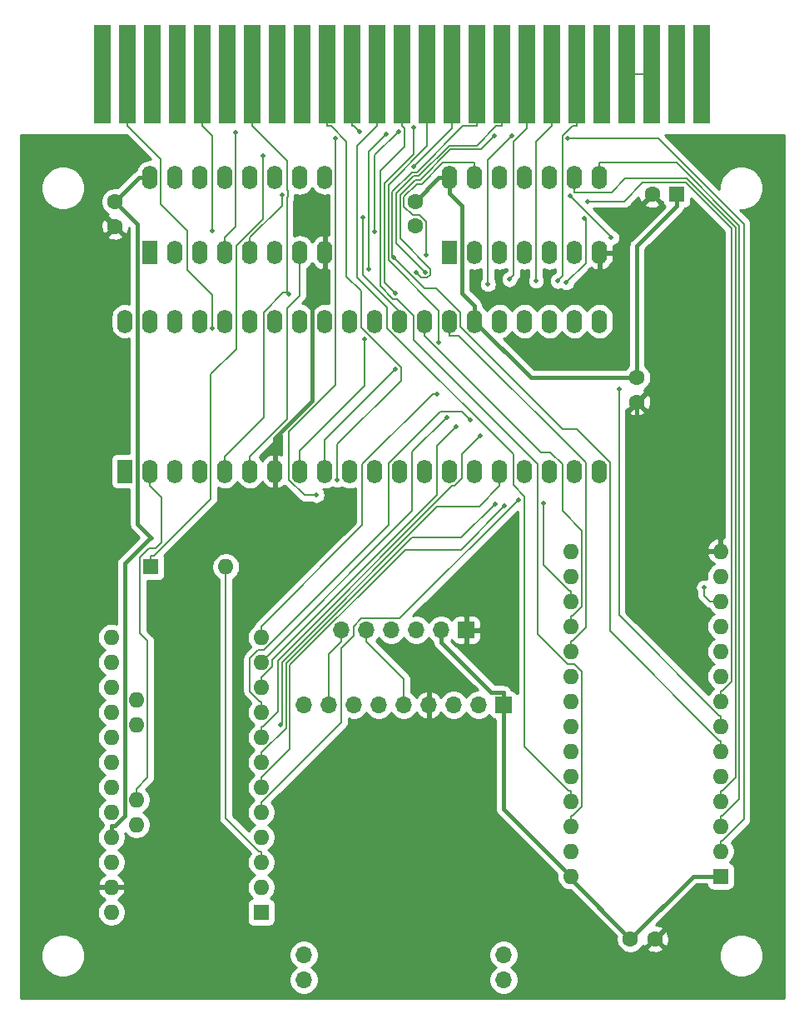
<source format=gtl>
G04 #@! TF.GenerationSoftware,KiCad,Pcbnew,(5.1.9)-1*
G04 #@! TF.CreationDate,2023-05-17T23:02:01+09:00*
G04 #@! TF.ProjectId,MSX_SD,4d53585f-5344-42e6-9b69-6361645f7063,rev?*
G04 #@! TF.SameCoordinates,PX53920b0PY93c3260*
G04 #@! TF.FileFunction,Copper,L1,Top*
G04 #@! TF.FilePolarity,Positive*
%FSLAX46Y46*%
G04 Gerber Fmt 4.6, Leading zero omitted, Abs format (unit mm)*
G04 Created by KiCad (PCBNEW (5.1.9)-1) date 2023-05-17 23:02:01*
%MOMM*%
%LPD*%
G01*
G04 APERTURE LIST*
G04 #@! TA.AperFunction,ComponentPad*
%ADD10C,1.600000*%
G04 #@! TD*
G04 #@! TA.AperFunction,ComponentPad*
%ADD11R,1.600000X2.400000*%
G04 #@! TD*
G04 #@! TA.AperFunction,ComponentPad*
%ADD12O,1.600000X2.400000*%
G04 #@! TD*
G04 #@! TA.AperFunction,ComponentPad*
%ADD13R,1.600000X1.600000*%
G04 #@! TD*
G04 #@! TA.AperFunction,ComponentPad*
%ADD14R,1.700000X1.700000*%
G04 #@! TD*
G04 #@! TA.AperFunction,ComponentPad*
%ADD15O,1.700000X1.700000*%
G04 #@! TD*
G04 #@! TA.AperFunction,ComponentPad*
%ADD16O,1.600000X1.600000*%
G04 #@! TD*
G04 #@! TA.AperFunction,ConnectorPad*
%ADD17R,1.780000X10.000000*%
G04 #@! TD*
G04 #@! TA.AperFunction,ViaPad*
%ADD18C,0.500000*%
G04 #@! TD*
G04 #@! TA.AperFunction,Conductor*
%ADD19C,0.400000*%
G04 #@! TD*
G04 #@! TA.AperFunction,Conductor*
%ADD20C,0.200000*%
G04 #@! TD*
G04 #@! TA.AperFunction,Conductor*
%ADD21C,0.254000*%
G04 #@! TD*
G04 #@! TA.AperFunction,Conductor*
%ADD22C,0.100000*%
G04 #@! TD*
G04 APERTURE END LIST*
D10*
X63373000Y63755000D03*
X63373000Y61255000D03*
D11*
X11303000Y54230000D03*
D12*
X59563000Y69470000D03*
X13843000Y54230000D03*
X57023000Y69470000D03*
X16383000Y54230000D03*
X54483000Y69470000D03*
X18923000Y54230000D03*
X51943000Y69470000D03*
X21463000Y54230000D03*
X49403000Y69470000D03*
X24003000Y54230000D03*
X46863000Y69470000D03*
X26543000Y54230000D03*
X44323000Y69470000D03*
X29083000Y54230000D03*
X41783000Y69470000D03*
X31623000Y54230000D03*
X39243000Y69470000D03*
X34163000Y54230000D03*
X36703000Y69470000D03*
X36703000Y54230000D03*
X34163000Y69470000D03*
X39243000Y54230000D03*
X31623000Y69470000D03*
X41783000Y54230000D03*
X29083000Y69470000D03*
X44323000Y54230000D03*
X26543000Y69470000D03*
X46863000Y54230000D03*
X24003000Y69470000D03*
X49403000Y54230000D03*
X21463000Y69470000D03*
X51943000Y54230000D03*
X18923000Y69470000D03*
X54483000Y54230000D03*
X16383000Y69470000D03*
X57023000Y54230000D03*
X13843000Y69470000D03*
X59563000Y54230000D03*
X11303000Y69470000D03*
D10*
X62712000Y6722000D03*
X65212000Y6722000D03*
D13*
X67438000Y82381000D03*
D10*
X64938000Y82381000D03*
X40793000Y79144000D03*
X40793000Y81644000D03*
D14*
X49810000Y30480000D03*
D15*
X47270000Y30480000D03*
X44730000Y30480000D03*
X42190000Y30480000D03*
X39650000Y30480000D03*
X37110000Y30480000D03*
X34570000Y30480000D03*
X32030000Y30480000D03*
X29490000Y30480000D03*
X29490000Y2540000D03*
X29490000Y5080000D03*
X49810000Y2540000D03*
X49810000Y5080000D03*
D13*
X25146000Y9418000D03*
D16*
X25146000Y11958000D03*
X25146000Y14498000D03*
X9906000Y37358000D03*
X25146000Y17038000D03*
X9906000Y34818000D03*
X25146000Y19578000D03*
X9906000Y32278000D03*
X25146000Y22118000D03*
X9906000Y29738000D03*
X25146000Y24658000D03*
X9906000Y27198000D03*
X25146000Y27198000D03*
X9906000Y24658000D03*
X25146000Y29738000D03*
X9906000Y22118000D03*
X25146000Y32278000D03*
X9906000Y19578000D03*
X25146000Y34818000D03*
X9906000Y17038000D03*
X25146000Y37358000D03*
X9906000Y14498000D03*
X9906000Y11958000D03*
X9906000Y9418000D03*
X12446000Y18308000D03*
X12446000Y20848000D03*
X12446000Y28468000D03*
X12446000Y31008000D03*
D14*
X46000000Y38100000D03*
D15*
X43460000Y38100000D03*
X40920000Y38100000D03*
X38380000Y38100000D03*
X35840000Y38100000D03*
X33300000Y38100000D03*
D13*
X71882000Y13081000D03*
D16*
X56642000Y46101000D03*
X71882000Y15621000D03*
X56642000Y43561000D03*
X71882000Y18161000D03*
X56642000Y41021000D03*
X71882000Y20701000D03*
X56642000Y38481000D03*
X71882000Y23241000D03*
X56642000Y35941000D03*
X71882000Y25781000D03*
X56642000Y33401000D03*
X71882000Y28321000D03*
X56642000Y30861000D03*
X71882000Y30861000D03*
X56642000Y28321000D03*
X71882000Y33401000D03*
X56642000Y25781000D03*
X71882000Y35941000D03*
X56642000Y23241000D03*
X71882000Y38481000D03*
X56642000Y20701000D03*
X71882000Y41021000D03*
X56642000Y18161000D03*
X71882000Y43561000D03*
X56642000Y15621000D03*
X71882000Y46101000D03*
X56642000Y13081000D03*
D10*
X10287000Y79121000D03*
X10287000Y81621000D03*
D17*
X9000000Y94615000D03*
X11540000Y94615000D03*
X14080000Y94615000D03*
X16620000Y94615000D03*
X19160000Y94615000D03*
X21700000Y94615000D03*
X24240000Y94615000D03*
X26780000Y94615000D03*
X29320000Y94615000D03*
X31860000Y94615000D03*
X34400000Y94615000D03*
X36940000Y94615000D03*
X39480000Y94615000D03*
X42020000Y94615000D03*
X44560000Y94615000D03*
X47100000Y94615000D03*
X49640000Y94615000D03*
X52180000Y94615000D03*
X54720000Y94615000D03*
X57260000Y94615000D03*
X59800000Y94615000D03*
X62340000Y94615000D03*
X64880000Y94615000D03*
X67420000Y94615000D03*
X69960000Y94615000D03*
D11*
X13843000Y76454000D03*
D12*
X31623000Y84074000D03*
X16383000Y76454000D03*
X29083000Y84074000D03*
X18923000Y76454000D03*
X26543000Y84074000D03*
X21463000Y76454000D03*
X24003000Y84074000D03*
X24003000Y76454000D03*
X21463000Y84074000D03*
X26543000Y76454000D03*
X18923000Y84074000D03*
X29083000Y76454000D03*
X16383000Y84074000D03*
X31623000Y76454000D03*
X13843000Y84074000D03*
D11*
X44323000Y76454000D03*
D12*
X59563000Y84074000D03*
X46863000Y76454000D03*
X57023000Y84074000D03*
X49403000Y76454000D03*
X54483000Y84074000D03*
X51943000Y76454000D03*
X51943000Y84074000D03*
X54483000Y76454000D03*
X49403000Y84074000D03*
X57023000Y76454000D03*
X46863000Y84074000D03*
X59563000Y76454000D03*
X44323000Y84074000D03*
D13*
X13945000Y44501000D03*
D16*
X21565000Y44501000D03*
D18*
X13952000Y47452000D03*
X41812900Y74437200D03*
X40936800Y74399400D03*
X48835800Y88289700D03*
X70198500Y42424400D03*
X50399300Y73740700D03*
X48233600Y73240400D03*
X50647700Y88302000D03*
X53112500Y73610400D03*
X35517100Y79987800D03*
X53906000Y50933100D03*
X55307600Y73550400D03*
X56191300Y73405900D03*
X58060200Y79946100D03*
X38805200Y64567200D03*
X43215800Y67346500D03*
X35692900Y67652800D03*
X38774400Y72289800D03*
X40653000Y89152400D03*
X60769000Y77964700D03*
X56610200Y82197400D03*
X27277500Y82306400D03*
X58388000Y81636800D03*
X40700300Y85172400D03*
X32893000Y53349000D03*
X61538300Y62538700D03*
X39100300Y88752100D03*
X36697900Y78546500D03*
X30791900Y51806600D03*
X32723400Y88030300D03*
X38635900Y75989300D03*
X56367700Y88067500D03*
X37890400Y88453000D03*
X36131900Y74746700D03*
X35127600Y88725700D03*
X27962700Y72227400D03*
X25332200Y86298100D03*
X22567500Y88632500D03*
X20193000Y68735500D03*
X20193000Y78663500D03*
X41893300Y76192400D03*
X47445900Y57855600D03*
X46454000Y59449600D03*
X45002000Y58775800D03*
X44044700Y59730500D03*
X43071600Y62081100D03*
X27117100Y28468000D03*
X51342600Y51334200D03*
X49902500Y50695500D03*
X48920800Y50872000D03*
D19*
X44323000Y84074000D02*
X44323000Y82473700D01*
X71882000Y13081000D02*
X69071000Y13081000D01*
X69071000Y13081000D02*
X62712000Y6722000D01*
X62712000Y6722000D02*
X56642000Y12792000D01*
X56642000Y12792000D02*
X56642000Y13081000D01*
X46863000Y69470000D02*
X46863000Y71070300D01*
X44323000Y82473700D02*
X45599200Y81197500D01*
X45599200Y81197500D02*
X45599200Y72334100D01*
X45599200Y72334100D02*
X46863000Y71070300D01*
X40793000Y81644000D02*
X43223000Y84074000D01*
X43223000Y84074000D02*
X44323000Y84074000D01*
X49810000Y30480000D02*
X49810000Y31730300D01*
X43460000Y38100000D02*
X43460000Y36849700D01*
X43460000Y36849700D02*
X48579400Y31730300D01*
X48579400Y31730300D02*
X49810000Y31730300D01*
X13906000Y47498000D02*
X12573000Y48831000D01*
X12573000Y48831000D02*
X12573000Y79335000D01*
X12573000Y79335000D02*
X10287000Y81621000D01*
X13906000Y47498000D02*
X11245600Y44837600D01*
X11245600Y44837600D02*
X11245600Y19204900D01*
X11245600Y19204900D02*
X10279000Y18238300D01*
X10279000Y18238300D02*
X9906000Y18238300D01*
X56642000Y13081000D02*
X49810000Y19913000D01*
X49810000Y19913000D02*
X49810000Y30480000D01*
X9906000Y17038000D02*
X9906000Y18238300D01*
X67438000Y82381000D02*
X67438000Y81180700D01*
X67438000Y81180700D02*
X63373000Y77115700D01*
X63373000Y77115700D02*
X63373000Y63755000D01*
X63373000Y63755000D02*
X52578000Y63755000D01*
X52578000Y63755000D02*
X46863000Y69470000D01*
X10287000Y81621000D02*
X12740000Y84074000D01*
X12740000Y84074000D02*
X13843000Y84074000D01*
X71882000Y46101000D02*
X71882000Y47301300D01*
X63373000Y61255000D02*
X63373000Y55810300D01*
X63373000Y55810300D02*
X71882000Y47301300D01*
X26543000Y54230000D02*
X26543000Y57534700D01*
X26543000Y57534700D02*
X30353000Y61344700D01*
X30353000Y61344700D02*
X30353000Y73583700D01*
X30353000Y73583700D02*
X31623000Y74853700D01*
X31623000Y76454000D02*
X31623000Y74853700D01*
D20*
X49640000Y89314700D02*
X49073900Y89314700D01*
X49073900Y89314700D02*
X47095400Y87336200D01*
X47095400Y87336200D02*
X44265100Y87336200D01*
X44265100Y87336200D02*
X41150600Y84221700D01*
X41150600Y84221700D02*
X40670300Y84221700D01*
X40670300Y84221700D02*
X38882900Y82434300D01*
X38882900Y82434300D02*
X38882900Y77367200D01*
X38882900Y77367200D02*
X41812900Y74437200D01*
X49640000Y94615000D02*
X49640000Y89314700D01*
X40936800Y74399400D02*
X41449400Y73886800D01*
X41449400Y73886800D02*
X42053800Y73886800D01*
X42053800Y73886800D02*
X42363300Y74196300D01*
X42363300Y74196300D02*
X42363300Y74787300D01*
X42363300Y74787300D02*
X39283200Y77867400D01*
X39283200Y77867400D02*
X39283200Y82268500D01*
X39283200Y82268500D02*
X40836100Y83821400D01*
X40836100Y83821400D02*
X41316400Y83821400D01*
X41316400Y83821400D02*
X44430900Y86935900D01*
X44430900Y86935900D02*
X47482000Y86935900D01*
X47482000Y86935900D02*
X48835800Y88289700D01*
X70781700Y41021000D02*
X70198500Y41604200D01*
X70198500Y41604200D02*
X70198500Y42424400D01*
X71882000Y41021000D02*
X70781700Y41021000D01*
X50399300Y73740700D02*
X50842600Y74184000D01*
X50842600Y74184000D02*
X50842600Y87718600D01*
X50842600Y87718600D02*
X52180000Y89056000D01*
X52180000Y89056000D02*
X52180000Y89314700D01*
X52180000Y94615000D02*
X52180000Y89314700D01*
X50647700Y88302000D02*
X48233600Y85887900D01*
X48233600Y85887900D02*
X48233600Y73240400D01*
X54720000Y94615000D02*
X54720000Y89314700D01*
X54720000Y89314700D02*
X53112500Y87707200D01*
X53112500Y87707200D02*
X53112500Y73610400D01*
X39243000Y69470000D02*
X39243000Y70469500D01*
X39243000Y70469500D02*
X35517100Y74195400D01*
X35517100Y74195400D02*
X35517100Y79987800D01*
X56642000Y42121300D02*
X56504500Y42121300D01*
X56504500Y42121300D02*
X53906000Y44719800D01*
X53906000Y44719800D02*
X53906000Y50933100D01*
X56642000Y41021000D02*
X56642000Y42121300D01*
X57260000Y89314700D02*
X56813600Y89314700D01*
X56813600Y89314700D02*
X55817400Y88318500D01*
X55817400Y88318500D02*
X55817400Y74060200D01*
X55817400Y74060200D02*
X55307600Y73550400D01*
X57260000Y94615000D02*
X57260000Y89314700D01*
X56642000Y38481000D02*
X56642000Y39581300D01*
X41783000Y69470000D02*
X41783000Y67969700D01*
X41783000Y67969700D02*
X53636400Y56116300D01*
X53636400Y56116300D02*
X54572200Y56116300D01*
X54572200Y56116300D02*
X55779000Y54909500D01*
X55779000Y54909500D02*
X55779000Y50188000D01*
X55779000Y50188000D02*
X57752800Y48214200D01*
X57752800Y48214200D02*
X57752800Y40464100D01*
X57752800Y40464100D02*
X56870000Y39581300D01*
X56870000Y39581300D02*
X56642000Y39581300D01*
X56191300Y73405900D02*
X58151400Y75366000D01*
X58151400Y75366000D02*
X58151400Y79854900D01*
X58151400Y79854900D02*
X58060200Y79946100D01*
X44323000Y67969700D02*
X45265300Y67969700D01*
X45265300Y67969700D02*
X58153200Y55081800D01*
X58153200Y55081800D02*
X58153200Y38324500D01*
X58153200Y38324500D02*
X56870000Y37041300D01*
X56870000Y37041300D02*
X56642000Y37041300D01*
X56642000Y35941000D02*
X56642000Y37041300D01*
X44323000Y69470000D02*
X44323000Y67969700D01*
X42020000Y89314700D02*
X42020000Y87270300D01*
X42020000Y87270300D02*
X38082300Y83332600D01*
X38082300Y83332600D02*
X38082300Y75666400D01*
X38082300Y75666400D02*
X43215800Y70532900D01*
X43215800Y70532900D02*
X43215800Y67346500D01*
X31623000Y55730300D02*
X31623000Y57385000D01*
X31623000Y57385000D02*
X38805200Y64567200D01*
X31623000Y54230000D02*
X31623000Y55730300D01*
X42020000Y94615000D02*
X42020000Y89314700D01*
X56642000Y21801300D02*
X56414000Y21801300D01*
X56414000Y21801300D02*
X51943800Y26271500D01*
X51943800Y26271500D02*
X51943800Y51682100D01*
X51943800Y51682100D02*
X50811400Y52814500D01*
X50811400Y52814500D02*
X50811400Y55933300D01*
X50811400Y55933300D02*
X37973000Y68771700D01*
X37973000Y68771700D02*
X37973000Y70832600D01*
X37973000Y70832600D02*
X34918100Y73887500D01*
X34918100Y73887500D02*
X34918100Y87292800D01*
X34918100Y87292800D02*
X36940000Y89314700D01*
X56642000Y20701000D02*
X56642000Y21801300D01*
X36940000Y94615000D02*
X36940000Y89314700D01*
X40653000Y89152400D02*
X40653000Y86469400D01*
X40653000Y86469400D02*
X37682000Y83498400D01*
X37682000Y83498400D02*
X37682000Y73382200D01*
X37682000Y73382200D02*
X38774400Y72289800D01*
X29083000Y54230000D02*
X29083000Y56292800D01*
X29083000Y56292800D02*
X35692900Y62902700D01*
X35692900Y62902700D02*
X35692900Y67652800D01*
X56610200Y82197400D02*
X60769000Y78038600D01*
X60769000Y78038600D02*
X60769000Y77964700D01*
X58388000Y81636800D02*
X58388000Y81636900D01*
X58388000Y81636900D02*
X62090800Y81636900D01*
X62090800Y81636900D02*
X63984900Y83531000D01*
X63984900Y83531000D02*
X68333400Y83531000D01*
X68333400Y83531000D02*
X72986400Y78878000D01*
X72986400Y78878000D02*
X72986400Y32837800D01*
X72986400Y32837800D02*
X72109900Y31961300D01*
X72109900Y31961300D02*
X71882000Y31961300D01*
X44560000Y89314700D02*
X44560000Y89032100D01*
X44560000Y89032100D02*
X40700300Y85172400D01*
X24003000Y77954300D02*
X27277500Y81228800D01*
X27277500Y81228800D02*
X27277500Y82306400D01*
X24003000Y76454000D02*
X24003000Y77954300D01*
X71882000Y30861000D02*
X71882000Y31961300D01*
X44560000Y94615000D02*
X44560000Y89314700D01*
X31860000Y94615000D02*
X31860000Y89314700D01*
X31860000Y89314700D02*
X32242700Y89314700D01*
X32242700Y89314700D02*
X33833400Y87724000D01*
X33833400Y87724000D02*
X33833400Y73985200D01*
X33833400Y73985200D02*
X35291400Y72527200D01*
X35291400Y72527200D02*
X35291400Y68859600D01*
X35291400Y68859600D02*
X39362700Y64788300D01*
X39362700Y64788300D02*
X39362700Y63436100D01*
X39362700Y63436100D02*
X32893000Y56966400D01*
X32893000Y56966400D02*
X32893000Y53349000D01*
X36697900Y78546500D02*
X36697900Y86349700D01*
X36697900Y86349700D02*
X39100300Y88752100D01*
X71882000Y29421300D02*
X71722500Y29421300D01*
X71722500Y29421300D02*
X61538300Y39605500D01*
X61538300Y39605500D02*
X61538300Y62538700D01*
X71882000Y28321000D02*
X71882000Y29421300D01*
X30791900Y51806600D02*
X29540500Y51806600D01*
X29540500Y51806600D02*
X27963800Y53383300D01*
X27963800Y53383300D02*
X27963800Y58247800D01*
X27963800Y58247800D02*
X32723400Y63007400D01*
X32723400Y63007400D02*
X32723400Y88030300D01*
X38635900Y75989300D02*
X38635900Y75918500D01*
X38635900Y75918500D02*
X41749900Y72804500D01*
X41749900Y72804500D02*
X42975500Y72804500D01*
X42975500Y72804500D02*
X45423400Y70356600D01*
X45423400Y70356600D02*
X45423400Y68890200D01*
X45423400Y68890200D02*
X55792800Y58520800D01*
X55792800Y58520800D02*
X57238900Y58520800D01*
X57238900Y58520800D02*
X60663300Y55096400D01*
X60663300Y55096400D02*
X60663300Y37983400D01*
X60663300Y37983400D02*
X71765400Y26881300D01*
X71765400Y26881300D02*
X71882000Y26881300D01*
X47100000Y89314700D02*
X45677400Y89314700D01*
X45677400Y89314700D02*
X40984700Y84622000D01*
X40984700Y84622000D02*
X40504500Y84622000D01*
X40504500Y84622000D02*
X38482600Y82600100D01*
X38482600Y82600100D02*
X38482600Y76142600D01*
X38482600Y76142600D02*
X38635900Y75989300D01*
X71882000Y25781000D02*
X71882000Y26881300D01*
X47100000Y94615000D02*
X47100000Y89314700D01*
X71882000Y16721300D02*
X72110000Y16721300D01*
X72110000Y16721300D02*
X74254000Y18865300D01*
X74254000Y18865300D02*
X74254000Y79345800D01*
X74254000Y79345800D02*
X65532300Y88067500D01*
X65532300Y88067500D02*
X56367700Y88067500D01*
X71882000Y15621000D02*
X71882000Y16721300D01*
X37890400Y88453000D02*
X36132000Y86694600D01*
X36132000Y86694600D02*
X36132000Y74746700D01*
X36132000Y74746700D02*
X36131900Y74746700D01*
X57023000Y82573700D02*
X60824900Y82573700D01*
X60824900Y82573700D02*
X62206200Y83955000D01*
X62206200Y83955000D02*
X68475700Y83955000D01*
X68475700Y83955000D02*
X73394300Y79036400D01*
X73394300Y79036400D02*
X73394300Y23085600D01*
X73394300Y23085600D02*
X72110000Y21801300D01*
X72110000Y21801300D02*
X71882000Y21801300D01*
X34400000Y94615000D02*
X34400000Y89314700D01*
X35127600Y88725700D02*
X34538600Y89314700D01*
X34538600Y89314700D02*
X34400000Y89314700D01*
X71882000Y20701000D02*
X71882000Y21801300D01*
X57023000Y84074000D02*
X57023000Y82573700D01*
X71882000Y18161000D02*
X71882000Y19261300D01*
X59563000Y84074000D02*
X59563000Y85574300D01*
X59563000Y85574300D02*
X67422800Y85574300D01*
X67422800Y85574300D02*
X73799100Y79198000D01*
X73799100Y79198000D02*
X73799100Y20950400D01*
X73799100Y20950400D02*
X72110000Y19261300D01*
X72110000Y19261300D02*
X71882000Y19261300D01*
X27757200Y72433000D02*
X27757200Y82007800D01*
X27757200Y82007800D02*
X27849300Y82099900D01*
X27849300Y82099900D02*
X27849300Y82740100D01*
X27849300Y82740100D02*
X27757200Y82832200D01*
X27757200Y82832200D02*
X27757200Y85797500D01*
X27757200Y85797500D02*
X24240000Y89314700D01*
X21463000Y55730300D02*
X25396400Y59663700D01*
X25396400Y59663700D02*
X25396400Y70344700D01*
X25396400Y70344700D02*
X27404000Y72352300D01*
X27404000Y72352300D02*
X27676500Y72352300D01*
X27676500Y72352300D02*
X27757200Y72433000D01*
X27757200Y72433000D02*
X27962700Y72227400D01*
X24240000Y94615000D02*
X24240000Y89314700D01*
X21463000Y54230000D02*
X21463000Y55730300D01*
X13945000Y44501000D02*
X13945000Y45601300D01*
X13945000Y45601300D02*
X14220100Y45601300D01*
X14220100Y45601300D02*
X20023400Y51404600D01*
X20023400Y51404600D02*
X20023400Y64059600D01*
X20023400Y64059600D02*
X22591400Y66627600D01*
X22591400Y66627600D02*
X22591400Y77109000D01*
X22591400Y77109000D02*
X25332200Y79849800D01*
X25332200Y79849800D02*
X25332200Y86298100D01*
X13843000Y54230000D02*
X13843000Y52729700D01*
X12446000Y20848000D02*
X12446000Y21948300D01*
X12446000Y21948300D02*
X13591900Y23094200D01*
X13591900Y23094200D02*
X13591900Y36978900D01*
X13591900Y36978900D02*
X12844600Y37726200D01*
X12844600Y37726200D02*
X12844600Y45492000D01*
X12844600Y45492000D02*
X13737700Y46385100D01*
X13737700Y46385100D02*
X14431000Y46385100D01*
X14431000Y46385100D02*
X15016400Y46970500D01*
X15016400Y46970500D02*
X15016400Y51556300D01*
X15016400Y51556300D02*
X13843000Y52729700D01*
X21463000Y77954300D02*
X22567500Y79058800D01*
X22567500Y79058800D02*
X22567500Y88632500D01*
X21463000Y76454000D02*
X21463000Y77954300D01*
X35840000Y38100000D02*
X35840000Y36949700D01*
X35840000Y36949700D02*
X39650000Y33139700D01*
X39650000Y33139700D02*
X39650000Y30480000D01*
X33300000Y38100000D02*
X33300000Y36949700D01*
X33300000Y36949700D02*
X32030000Y35679700D01*
X32030000Y35679700D02*
X32030000Y30480000D01*
X64880000Y94615000D02*
X62340000Y94615000D01*
X11540000Y89314700D02*
X14943400Y85911300D01*
X14943400Y85911300D02*
X14943400Y81385600D01*
X14943400Y81385600D02*
X17652400Y78676600D01*
X17652400Y78676600D02*
X17652400Y74670300D01*
X17652400Y74670300D02*
X20193000Y72129700D01*
X20193000Y72129700D02*
X20193000Y68735500D01*
X11540000Y94615000D02*
X11540000Y89314700D01*
X56642000Y19261300D02*
X56870000Y19261300D01*
X56870000Y19261300D02*
X57749300Y20140600D01*
X57749300Y20140600D02*
X57749300Y33884100D01*
X57749300Y33884100D02*
X56962400Y34671000D01*
X56962400Y34671000D02*
X56303600Y34671000D01*
X56303600Y34671000D02*
X53273200Y37701400D01*
X53273200Y37701400D02*
X53273200Y54950100D01*
X53273200Y54950100D02*
X40682600Y67540700D01*
X40682600Y67540700D02*
X40682600Y69991800D01*
X40682600Y69991800D02*
X38934900Y71739500D01*
X38934900Y71739500D02*
X38546500Y71739500D01*
X38546500Y71739500D02*
X37248200Y73037800D01*
X37248200Y73037800D02*
X37248200Y84756200D01*
X37248200Y84756200D02*
X39691200Y87199200D01*
X39691200Y87199200D02*
X39691200Y89103500D01*
X39691200Y89103500D02*
X39480000Y89314700D01*
X56642000Y18161000D02*
X56642000Y19261300D01*
X39480000Y94615000D02*
X39480000Y89314700D01*
X19160000Y89314700D02*
X20193000Y88281700D01*
X20193000Y88281700D02*
X20193000Y78663500D01*
X19160000Y94615000D02*
X19160000Y89314700D01*
X29083000Y74953700D02*
X29083000Y72077500D01*
X29083000Y72077500D02*
X27813000Y70807500D01*
X27813000Y70807500D02*
X27813000Y59540300D01*
X27813000Y59540300D02*
X24003000Y55730300D01*
X24003000Y54230000D02*
X24003000Y55730300D01*
X29083000Y76454000D02*
X29083000Y74953700D01*
X41893300Y76192400D02*
X41893300Y79599800D01*
X41893300Y79599800D02*
X41248800Y80244300D01*
X41248800Y80244300D02*
X40568300Y80244300D01*
X40568300Y80244300D02*
X39683500Y81129100D01*
X39683500Y81129100D02*
X39683500Y82102700D01*
X39683500Y82102700D02*
X41001900Y83421100D01*
X41001900Y83421100D02*
X41482200Y83421100D01*
X41482200Y83421100D02*
X43635400Y85574300D01*
X43635400Y85574300D02*
X46863000Y85574300D01*
X46863000Y84074000D02*
X46863000Y85574300D01*
X25146000Y28298300D02*
X25320800Y28298300D01*
X25320800Y28298300D02*
X26846700Y29824200D01*
X26846700Y29824200D02*
X26846700Y35005400D01*
X26846700Y35005400D02*
X44571000Y52729700D01*
X44571000Y52729700D02*
X44797000Y52729700D01*
X44797000Y52729700D02*
X45593000Y53525700D01*
X45593000Y53525700D02*
X45593000Y56002700D01*
X45593000Y56002700D02*
X47445900Y57855600D01*
X25146000Y27198000D02*
X25146000Y28298300D01*
X25146000Y30838300D02*
X25008500Y30838300D01*
X25008500Y30838300D02*
X23994900Y31851900D01*
X23994900Y31851900D02*
X23994900Y35228800D01*
X23994900Y35228800D02*
X24854100Y36088000D01*
X24854100Y36088000D02*
X25444700Y36088000D01*
X25444700Y36088000D02*
X38126700Y48770000D01*
X38126700Y48770000D02*
X38126700Y55072900D01*
X38126700Y55072900D02*
X43350700Y60296900D01*
X43350700Y60296900D02*
X45606700Y60296900D01*
X45606700Y60296900D02*
X46454000Y59449600D01*
X25146000Y29738000D02*
X25146000Y30838300D01*
X25146000Y33378300D02*
X25283700Y33378300D01*
X25283700Y33378300D02*
X26246300Y34340900D01*
X26246300Y34340900D02*
X26246300Y35051400D01*
X26246300Y35051400D02*
X43053000Y51858100D01*
X43053000Y51858100D02*
X43053000Y56826800D01*
X43053000Y56826800D02*
X45002000Y58775800D01*
X25146000Y32278000D02*
X25146000Y33378300D01*
X25146000Y34818000D02*
X40513000Y50185000D01*
X40513000Y50185000D02*
X40513000Y56198800D01*
X40513000Y56198800D02*
X44044700Y59730500D01*
X25146000Y37358000D02*
X25146000Y38458300D01*
X25146000Y38458300D02*
X35433000Y48745300D01*
X35433000Y48745300D02*
X35433000Y54923700D01*
X35433000Y54923700D02*
X42590400Y62081100D01*
X42590400Y62081100D02*
X43071600Y62081100D01*
X27117100Y28468000D02*
X27247000Y28597900D01*
X27247000Y28597900D02*
X27247000Y34839600D01*
X27247000Y34839600D02*
X43053600Y50646200D01*
X43053600Y50646200D02*
X47319500Y50646200D01*
X47319500Y50646200D02*
X49403000Y52729700D01*
X49403000Y54230000D02*
X49403000Y52729700D01*
X25146000Y20678300D02*
X25283500Y20678300D01*
X25283500Y20678300D02*
X33300000Y28694800D01*
X33300000Y28694800D02*
X33300000Y36199800D01*
X33300000Y36199800D02*
X34570000Y37469800D01*
X34570000Y37469800D02*
X34570000Y38460300D01*
X34570000Y38460300D02*
X35360100Y39250400D01*
X35360100Y39250400D02*
X39258800Y39250400D01*
X39258800Y39250400D02*
X51342600Y51334200D01*
X25146000Y19578000D02*
X25146000Y20678300D01*
X25146000Y23218300D02*
X25283500Y23218300D01*
X25283500Y23218300D02*
X28067900Y26002700D01*
X28067900Y26002700D02*
X28067900Y34511400D01*
X28067900Y34511400D02*
X39818100Y46261600D01*
X39818100Y46261600D02*
X45468600Y46261600D01*
X45468600Y46261600D02*
X49902500Y50695500D01*
X25146000Y22118000D02*
X25146000Y23218300D01*
X25146000Y24658000D02*
X25146000Y25758300D01*
X25146000Y25758300D02*
X25283500Y25758300D01*
X25283500Y25758300D02*
X27667500Y28142300D01*
X27667500Y28142300D02*
X27667500Y34693800D01*
X27667500Y34693800D02*
X40453600Y47479900D01*
X40453600Y47479900D02*
X45528700Y47479900D01*
X45528700Y47479900D02*
X48920800Y50872000D01*
X21565000Y44501000D02*
X21565000Y43400700D01*
X21565000Y43400700D02*
X21565000Y18951300D01*
X21565000Y18951300D02*
X24918000Y15598300D01*
X24918000Y15598300D02*
X25146000Y15598300D01*
X21565000Y45051200D02*
X21565000Y44501000D01*
X25146000Y14498000D02*
X25146000Y15598300D01*
D21*
X13905462Y85909791D02*
X13843000Y85915943D01*
X13561691Y85888236D01*
X13291192Y85806182D01*
X13041899Y85672932D01*
X12823392Y85493607D01*
X12644068Y85275100D01*
X12510818Y85025807D01*
X12461121Y84861976D01*
X12418913Y84849172D01*
X12273854Y84771636D01*
X12178712Y84693555D01*
X12146709Y84667291D01*
X12120563Y84635432D01*
X10522418Y83037286D01*
X10428335Y83056000D01*
X10145665Y83056000D01*
X9868426Y83000853D01*
X9607273Y82892680D01*
X9372241Y82735637D01*
X9172363Y82535759D01*
X9015320Y82300727D01*
X8907147Y82039574D01*
X8852000Y81762335D01*
X8852000Y81479665D01*
X8907147Y81202426D01*
X9015320Y80941273D01*
X9172363Y80706241D01*
X9372241Y80506363D01*
X9572869Y80372308D01*
X9545486Y80357671D01*
X9473903Y80113702D01*
X10287000Y79300605D01*
X10301143Y79314747D01*
X10480748Y79135142D01*
X10466605Y79121000D01*
X11279702Y78307903D01*
X11523671Y78379486D01*
X11644571Y78634996D01*
X11713300Y78909184D01*
X11718216Y79008916D01*
X11738001Y78989131D01*
X11738001Y71237614D01*
X11584308Y71284236D01*
X11303000Y71311943D01*
X11021691Y71284236D01*
X10751192Y71202182D01*
X10501899Y71068932D01*
X10283392Y70889607D01*
X10104068Y70671100D01*
X9970818Y70421807D01*
X9888764Y70151308D01*
X9868000Y69940491D01*
X9868000Y68999508D01*
X9888764Y68788691D01*
X9970818Y68518192D01*
X10104068Y68268899D01*
X10283393Y68050392D01*
X10501900Y67871068D01*
X10751193Y67737818D01*
X11021692Y67655764D01*
X11303000Y67628057D01*
X11584309Y67655764D01*
X11738001Y67702385D01*
X11738000Y56068072D01*
X10503000Y56068072D01*
X10378518Y56055812D01*
X10258820Y56019502D01*
X10148506Y55960537D01*
X10051815Y55881185D01*
X9972463Y55784494D01*
X9913498Y55674180D01*
X9877188Y55554482D01*
X9864928Y55430000D01*
X9864928Y53030000D01*
X9877188Y52905518D01*
X9913498Y52785820D01*
X9972463Y52675506D01*
X10051815Y52578815D01*
X10148506Y52499463D01*
X10258820Y52440498D01*
X10378518Y52404188D01*
X10503000Y52391928D01*
X11738000Y52391928D01*
X11738000Y48872018D01*
X11733960Y48831000D01*
X11738000Y48789982D01*
X11750082Y48667312D01*
X11797828Y48509914D01*
X11875364Y48364855D01*
X11979709Y48237709D01*
X12011578Y48211554D01*
X12725132Y47498000D01*
X10684179Y45457046D01*
X10652309Y45430891D01*
X10572656Y45333832D01*
X10547964Y45303745D01*
X10470428Y45158686D01*
X10422682Y45001288D01*
X10406560Y44837600D01*
X10410600Y44796582D01*
X10410600Y38702220D01*
X10324574Y38737853D01*
X10047335Y38793000D01*
X9764665Y38793000D01*
X9487426Y38737853D01*
X9226273Y38629680D01*
X8991241Y38472637D01*
X8791363Y38272759D01*
X8634320Y38037727D01*
X8526147Y37776574D01*
X8471000Y37499335D01*
X8471000Y37216665D01*
X8526147Y36939426D01*
X8634320Y36678273D01*
X8791363Y36443241D01*
X8991241Y36243363D01*
X9223759Y36088000D01*
X8991241Y35932637D01*
X8791363Y35732759D01*
X8634320Y35497727D01*
X8526147Y35236574D01*
X8471000Y34959335D01*
X8471000Y34676665D01*
X8526147Y34399426D01*
X8634320Y34138273D01*
X8791363Y33903241D01*
X8991241Y33703363D01*
X9223759Y33548000D01*
X8991241Y33392637D01*
X8791363Y33192759D01*
X8634320Y32957727D01*
X8526147Y32696574D01*
X8471000Y32419335D01*
X8471000Y32136665D01*
X8526147Y31859426D01*
X8634320Y31598273D01*
X8791363Y31363241D01*
X8991241Y31163363D01*
X9223759Y31008000D01*
X8991241Y30852637D01*
X8791363Y30652759D01*
X8634320Y30417727D01*
X8526147Y30156574D01*
X8471000Y29879335D01*
X8471000Y29596665D01*
X8526147Y29319426D01*
X8634320Y29058273D01*
X8791363Y28823241D01*
X8991241Y28623363D01*
X9223759Y28468000D01*
X8991241Y28312637D01*
X8791363Y28112759D01*
X8634320Y27877727D01*
X8526147Y27616574D01*
X8471000Y27339335D01*
X8471000Y27056665D01*
X8526147Y26779426D01*
X8634320Y26518273D01*
X8791363Y26283241D01*
X8991241Y26083363D01*
X9223759Y25928000D01*
X8991241Y25772637D01*
X8791363Y25572759D01*
X8634320Y25337727D01*
X8526147Y25076574D01*
X8471000Y24799335D01*
X8471000Y24516665D01*
X8526147Y24239426D01*
X8634320Y23978273D01*
X8791363Y23743241D01*
X8991241Y23543363D01*
X9223759Y23388000D01*
X8991241Y23232637D01*
X8791363Y23032759D01*
X8634320Y22797727D01*
X8526147Y22536574D01*
X8471000Y22259335D01*
X8471000Y21976665D01*
X8526147Y21699426D01*
X8634320Y21438273D01*
X8791363Y21203241D01*
X8991241Y21003363D01*
X9223759Y20848000D01*
X8991241Y20692637D01*
X8791363Y20492759D01*
X8634320Y20257727D01*
X8526147Y19996574D01*
X8471000Y19719335D01*
X8471000Y19436665D01*
X8526147Y19159426D01*
X8634320Y18898273D01*
X8791363Y18663241D01*
X8991241Y18463363D01*
X9083084Y18401996D01*
X9083082Y18401989D01*
X9066960Y18238300D01*
X9070201Y18205396D01*
X8991241Y18152637D01*
X8791363Y17952759D01*
X8634320Y17717727D01*
X8526147Y17456574D01*
X8471000Y17179335D01*
X8471000Y16896665D01*
X8526147Y16619426D01*
X8634320Y16358273D01*
X8791363Y16123241D01*
X8991241Y15923363D01*
X9223759Y15768000D01*
X8991241Y15612637D01*
X8791363Y15412759D01*
X8634320Y15177727D01*
X8526147Y14916574D01*
X8471000Y14639335D01*
X8471000Y14356665D01*
X8526147Y14079426D01*
X8634320Y13818273D01*
X8791363Y13583241D01*
X8991241Y13383363D01*
X9226273Y13226320D01*
X9236865Y13221933D01*
X9050869Y13110385D01*
X8842481Y12921414D01*
X8674963Y12695420D01*
X8554754Y12441087D01*
X8514096Y12307039D01*
X8636085Y12085000D01*
X9779000Y12085000D01*
X9779000Y12105000D01*
X10033000Y12105000D01*
X10033000Y12085000D01*
X11175915Y12085000D01*
X11297904Y12307039D01*
X11257246Y12441087D01*
X11137037Y12695420D01*
X10969519Y12921414D01*
X10761131Y13110385D01*
X10575135Y13221933D01*
X10585727Y13226320D01*
X10820759Y13383363D01*
X11020637Y13583241D01*
X11177680Y13818273D01*
X11285853Y14079426D01*
X11341000Y14356665D01*
X11341000Y14639335D01*
X11285853Y14916574D01*
X11177680Y15177727D01*
X11020637Y15412759D01*
X10820759Y15612637D01*
X10588241Y15768000D01*
X10820759Y15923363D01*
X11020637Y16123241D01*
X11177680Y16358273D01*
X11285853Y16619426D01*
X11341000Y16896665D01*
X11341000Y17179335D01*
X11285853Y17456574D01*
X11280646Y17469144D01*
X11331363Y17393241D01*
X11531241Y17193363D01*
X11766273Y17036320D01*
X12027426Y16928147D01*
X12304665Y16873000D01*
X12587335Y16873000D01*
X12864574Y16928147D01*
X13125727Y17036320D01*
X13360759Y17193363D01*
X13560637Y17393241D01*
X13717680Y17628273D01*
X13825853Y17889426D01*
X13881000Y18166665D01*
X13881000Y18449335D01*
X13825853Y18726574D01*
X13717680Y18987727D01*
X13560637Y19222759D01*
X13360759Y19422637D01*
X13128241Y19578000D01*
X13360759Y19733363D01*
X13560637Y19933241D01*
X13717680Y20168273D01*
X13825853Y20429426D01*
X13881000Y20706665D01*
X13881000Y20989335D01*
X13825853Y21266574D01*
X13717680Y21527727D01*
X13560637Y21762759D01*
X13430271Y21893125D01*
X14086097Y22548950D01*
X14114137Y22571962D01*
X14137150Y22600003D01*
X14137153Y22600006D01*
X14205986Y22683879D01*
X14205987Y22683880D01*
X14274237Y22811567D01*
X14316265Y22950115D01*
X14326900Y23058095D01*
X14326900Y23058104D01*
X14330455Y23094199D01*
X14326900Y23130294D01*
X14326900Y36942795D01*
X14330456Y36978900D01*
X14316265Y37122985D01*
X14299224Y37179162D01*
X14274237Y37261533D01*
X14205987Y37389220D01*
X14114138Y37501138D01*
X14086093Y37524154D01*
X13579600Y38030646D01*
X13579600Y43062928D01*
X14745000Y43062928D01*
X14869482Y43075188D01*
X14989180Y43111498D01*
X15099494Y43170463D01*
X15196185Y43249815D01*
X15275537Y43346506D01*
X15334502Y43456820D01*
X15370812Y43576518D01*
X15383072Y43701000D01*
X15383072Y45301000D01*
X15370812Y45425482D01*
X15334502Y45545180D01*
X15288844Y45630598D01*
X20517598Y50859351D01*
X20545637Y50882362D01*
X20568650Y50910403D01*
X20568653Y50910406D01*
X20637487Y50994280D01*
X20705737Y51121966D01*
X20747765Y51260515D01*
X20761956Y51404600D01*
X20758400Y51440705D01*
X20758400Y52579488D01*
X20911193Y52497818D01*
X21181692Y52415764D01*
X21463000Y52388057D01*
X21744309Y52415764D01*
X22014808Y52497818D01*
X22264101Y52631068D01*
X22482608Y52810392D01*
X22661932Y53028899D01*
X22733000Y53161858D01*
X22804068Y53028899D01*
X22983393Y52810392D01*
X23201900Y52631068D01*
X23451193Y52497818D01*
X23721692Y52415764D01*
X24003000Y52388057D01*
X24284309Y52415764D01*
X24554808Y52497818D01*
X24804101Y52631068D01*
X25022608Y52810392D01*
X25201932Y53028899D01*
X25270265Y53156741D01*
X25420399Y52927161D01*
X25618105Y52725500D01*
X25851354Y52566285D01*
X26111182Y52455633D01*
X26193961Y52438096D01*
X26416000Y52560085D01*
X26416000Y54103000D01*
X26396000Y54103000D01*
X26396000Y54357000D01*
X26416000Y54357000D01*
X26416000Y55899915D01*
X26193961Y56021904D01*
X26111182Y56004367D01*
X25851354Y55893715D01*
X25618105Y55734500D01*
X25420399Y55532839D01*
X25270265Y55303259D01*
X25201932Y55431101D01*
X25022607Y55649608D01*
X24989184Y55677038D01*
X27228801Y57916654D01*
X27228801Y55896204D01*
X26974818Y56004367D01*
X26892039Y56021904D01*
X26670000Y55899915D01*
X26670000Y54357000D01*
X26690000Y54357000D01*
X26690000Y54103000D01*
X26670000Y54103000D01*
X26670000Y52560085D01*
X26892039Y52438096D01*
X26974818Y52455633D01*
X27234646Y52566285D01*
X27467895Y52725500D01*
X27524459Y52783195D01*
X28995246Y51312407D01*
X29018262Y51284362D01*
X29130180Y51192513D01*
X29257866Y51124263D01*
X29396415Y51082235D01*
X29540500Y51068044D01*
X29576605Y51071600D01*
X30298947Y51071600D01*
X30372695Y51022323D01*
X30533755Y50955610D01*
X30704735Y50921600D01*
X30879065Y50921600D01*
X31050045Y50955610D01*
X31211105Y51022323D01*
X31356055Y51119176D01*
X31479324Y51242445D01*
X31576177Y51387395D01*
X31642890Y51548455D01*
X31676900Y51719435D01*
X31676900Y51893765D01*
X31642890Y52064745D01*
X31576177Y52225805D01*
X31479324Y52370755D01*
X31444434Y52405645D01*
X31623000Y52388057D01*
X31904309Y52415764D01*
X32174808Y52497818D01*
X32396546Y52616339D01*
X32473795Y52564723D01*
X32634855Y52498010D01*
X32805835Y52464000D01*
X32980165Y52464000D01*
X33151145Y52498010D01*
X33312205Y52564723D01*
X33389455Y52616340D01*
X33611193Y52497818D01*
X33881692Y52415764D01*
X34163000Y52388057D01*
X34444309Y52415764D01*
X34698001Y52492720D01*
X34698000Y49049747D01*
X24651808Y39003554D01*
X24623763Y38980538D01*
X24531914Y38868620D01*
X24485795Y38782337D01*
X24463664Y38740933D01*
X24421635Y38602385D01*
X24421368Y38599676D01*
X24231241Y38472637D01*
X24031363Y38272759D01*
X23874320Y38037727D01*
X23766147Y37776574D01*
X23711000Y37499335D01*
X23711000Y37216665D01*
X23766147Y36939426D01*
X23874320Y36678273D01*
X24031363Y36443241D01*
X24100629Y36373975D01*
X23500708Y35774054D01*
X23472663Y35751038D01*
X23380814Y35639120D01*
X23315788Y35517464D01*
X23312564Y35511433D01*
X23270535Y35372885D01*
X23256344Y35228800D01*
X23259901Y35192685D01*
X23259900Y31888005D01*
X23256344Y31851900D01*
X23270535Y31707816D01*
X23312563Y31569268D01*
X23380813Y31441581D01*
X23472662Y31329663D01*
X23500708Y31306646D01*
X24092979Y30714375D01*
X24031363Y30652759D01*
X23874320Y30417727D01*
X23766147Y30156574D01*
X23711000Y29879335D01*
X23711000Y29596665D01*
X23766147Y29319426D01*
X23874320Y29058273D01*
X24031363Y28823241D01*
X24231241Y28623363D01*
X24435195Y28487086D01*
X24421635Y28442385D01*
X24421368Y28439676D01*
X24231241Y28312637D01*
X24031363Y28112759D01*
X23874320Y27877727D01*
X23766147Y27616574D01*
X23711000Y27339335D01*
X23711000Y27056665D01*
X23766147Y26779426D01*
X23874320Y26518273D01*
X24031363Y26283241D01*
X24231241Y26083363D01*
X24435195Y25947086D01*
X24421635Y25902385D01*
X24421368Y25899676D01*
X24231241Y25772637D01*
X24031363Y25572759D01*
X23874320Y25337727D01*
X23766147Y25076574D01*
X23711000Y24799335D01*
X23711000Y24516665D01*
X23766147Y24239426D01*
X23874320Y23978273D01*
X24031363Y23743241D01*
X24231241Y23543363D01*
X24435195Y23407086D01*
X24421635Y23362385D01*
X24421368Y23359676D01*
X24231241Y23232637D01*
X24031363Y23032759D01*
X23874320Y22797727D01*
X23766147Y22536574D01*
X23711000Y22259335D01*
X23711000Y21976665D01*
X23766147Y21699426D01*
X23874320Y21438273D01*
X24031363Y21203241D01*
X24231241Y21003363D01*
X24435195Y20867086D01*
X24421635Y20822385D01*
X24421368Y20819676D01*
X24231241Y20692637D01*
X24031363Y20492759D01*
X23874320Y20257727D01*
X23766147Y19996574D01*
X23711000Y19719335D01*
X23711000Y19436665D01*
X23766147Y19159426D01*
X23874320Y18898273D01*
X24031363Y18663241D01*
X24231241Y18463363D01*
X24463759Y18308000D01*
X24231241Y18152637D01*
X24031363Y17952759D01*
X23874320Y17717727D01*
X23863688Y17692059D01*
X22300000Y19255746D01*
X22300000Y43266252D01*
X22479759Y43386363D01*
X22679637Y43586241D01*
X22836680Y43821273D01*
X22944853Y44082426D01*
X23000000Y44359665D01*
X23000000Y44642335D01*
X22944853Y44919574D01*
X22836680Y45180727D01*
X22679637Y45415759D01*
X22479759Y45615637D01*
X22244727Y45772680D01*
X21983574Y45880853D01*
X21706335Y45936000D01*
X21423665Y45936000D01*
X21146426Y45880853D01*
X20885273Y45772680D01*
X20650241Y45615637D01*
X20450363Y45415759D01*
X20293320Y45180727D01*
X20185147Y44919574D01*
X20130000Y44642335D01*
X20130000Y44359665D01*
X20185147Y44082426D01*
X20293320Y43821273D01*
X20450363Y43586241D01*
X20650241Y43386363D01*
X20830000Y43266252D01*
X20830001Y18987415D01*
X20826444Y18951300D01*
X20840635Y18807215D01*
X20871811Y18704445D01*
X20882664Y18668667D01*
X20950914Y18540980D01*
X21042763Y18429062D01*
X21070808Y18406046D01*
X24047729Y15429125D01*
X24031363Y15412759D01*
X23874320Y15177727D01*
X23766147Y14916574D01*
X23711000Y14639335D01*
X23711000Y14356665D01*
X23766147Y14079426D01*
X23874320Y13818273D01*
X24031363Y13583241D01*
X24231241Y13383363D01*
X24463759Y13228000D01*
X24231241Y13072637D01*
X24031363Y12872759D01*
X23874320Y12637727D01*
X23766147Y12376574D01*
X23711000Y12099335D01*
X23711000Y11816665D01*
X23766147Y11539426D01*
X23874320Y11278273D01*
X24031363Y11043241D01*
X24229961Y10844643D01*
X24221518Y10843812D01*
X24101820Y10807502D01*
X23991506Y10748537D01*
X23894815Y10669185D01*
X23815463Y10572494D01*
X23756498Y10462180D01*
X23720188Y10342482D01*
X23707928Y10218000D01*
X23707928Y8618000D01*
X23720188Y8493518D01*
X23756498Y8373820D01*
X23815463Y8263506D01*
X23894815Y8166815D01*
X23991506Y8087463D01*
X24101820Y8028498D01*
X24221518Y7992188D01*
X24346000Y7979928D01*
X25946000Y7979928D01*
X26070482Y7992188D01*
X26190180Y8028498D01*
X26300494Y8087463D01*
X26397185Y8166815D01*
X26476537Y8263506D01*
X26535502Y8373820D01*
X26571812Y8493518D01*
X26584072Y8618000D01*
X26584072Y10218000D01*
X26571812Y10342482D01*
X26535502Y10462180D01*
X26476537Y10572494D01*
X26397185Y10669185D01*
X26300494Y10748537D01*
X26190180Y10807502D01*
X26070482Y10843812D01*
X26062039Y10844643D01*
X26260637Y11043241D01*
X26417680Y11278273D01*
X26525853Y11539426D01*
X26581000Y11816665D01*
X26581000Y12099335D01*
X26525853Y12376574D01*
X26417680Y12637727D01*
X26260637Y12872759D01*
X26060759Y13072637D01*
X25828241Y13228000D01*
X26060759Y13383363D01*
X26260637Y13583241D01*
X26417680Y13818273D01*
X26525853Y14079426D01*
X26581000Y14356665D01*
X26581000Y14639335D01*
X26525853Y14916574D01*
X26417680Y15177727D01*
X26260637Y15412759D01*
X26060759Y15612637D01*
X25870632Y15739676D01*
X25870365Y15742385D01*
X25856805Y15787086D01*
X26060759Y15923363D01*
X26260637Y16123241D01*
X26417680Y16358273D01*
X26525853Y16619426D01*
X26581000Y16896665D01*
X26581000Y17179335D01*
X26525853Y17456574D01*
X26417680Y17717727D01*
X26260637Y17952759D01*
X26060759Y18152637D01*
X25828241Y18308000D01*
X26060759Y18463363D01*
X26260637Y18663241D01*
X26417680Y18898273D01*
X26525853Y19159426D01*
X26581000Y19436665D01*
X26581000Y19719335D01*
X26525853Y19996574D01*
X26417680Y20257727D01*
X26260637Y20492759D01*
X26199021Y20554375D01*
X33794198Y28149551D01*
X33822237Y28172562D01*
X33845250Y28200603D01*
X33845253Y28200606D01*
X33870117Y28230903D01*
X33914087Y28284480D01*
X33982337Y28412167D01*
X34024365Y28550715D01*
X34035000Y28658695D01*
X34035000Y28658696D01*
X34038556Y28694799D01*
X34035000Y28730904D01*
X34035000Y29094252D01*
X34136842Y29052068D01*
X34423740Y28995000D01*
X34716260Y28995000D01*
X35003158Y29052068D01*
X35273411Y29164010D01*
X35516632Y29326525D01*
X35723475Y29533368D01*
X35840000Y29707760D01*
X35956525Y29533368D01*
X36163368Y29326525D01*
X36406589Y29164010D01*
X36676842Y29052068D01*
X36963740Y28995000D01*
X37256260Y28995000D01*
X37543158Y29052068D01*
X37813411Y29164010D01*
X38056632Y29326525D01*
X38263475Y29533368D01*
X38380000Y29707760D01*
X38496525Y29533368D01*
X38703368Y29326525D01*
X38946589Y29164010D01*
X39216842Y29052068D01*
X39503740Y28995000D01*
X39796260Y28995000D01*
X40083158Y29052068D01*
X40353411Y29164010D01*
X40596632Y29326525D01*
X40803475Y29533368D01*
X40925195Y29715534D01*
X40994822Y29598645D01*
X41189731Y29382412D01*
X41423080Y29208359D01*
X41685901Y29083175D01*
X41833110Y29038524D01*
X42063000Y29159845D01*
X42063000Y30353000D01*
X42043000Y30353000D01*
X42043000Y30607000D01*
X42063000Y30607000D01*
X42063000Y31800155D01*
X41833110Y31921476D01*
X41685901Y31876825D01*
X41423080Y31751641D01*
X41189731Y31577588D01*
X40994822Y31361355D01*
X40925195Y31244466D01*
X40803475Y31426632D01*
X40596632Y31633475D01*
X40385000Y31774883D01*
X40385000Y33103595D01*
X40388556Y33139700D01*
X40374365Y33283785D01*
X40332337Y33422334D01*
X40264087Y33550020D01*
X40195253Y33633894D01*
X40195250Y33633897D01*
X40172237Y33661938D01*
X40144197Y33684950D01*
X36834627Y36994520D01*
X36993475Y37153368D01*
X37110000Y37327760D01*
X37226525Y37153368D01*
X37433368Y36946525D01*
X37676589Y36784010D01*
X37946842Y36672068D01*
X38233740Y36615000D01*
X38526260Y36615000D01*
X38813158Y36672068D01*
X39083411Y36784010D01*
X39326632Y36946525D01*
X39533475Y37153368D01*
X39650000Y37327760D01*
X39766525Y37153368D01*
X39973368Y36946525D01*
X40216589Y36784010D01*
X40486842Y36672068D01*
X40773740Y36615000D01*
X41066260Y36615000D01*
X41353158Y36672068D01*
X41623411Y36784010D01*
X41866632Y36946525D01*
X42073475Y37153368D01*
X42190000Y37327760D01*
X42306525Y37153368D01*
X42513368Y36946525D01*
X42623264Y36873095D01*
X42620960Y36849700D01*
X42637082Y36686012D01*
X42684828Y36528614D01*
X42762364Y36383555D01*
X42782045Y36359574D01*
X42866710Y36256409D01*
X42898574Y36230259D01*
X47163831Y31965000D01*
X47123740Y31965000D01*
X46836842Y31907932D01*
X46566589Y31795990D01*
X46323368Y31633475D01*
X46116525Y31426632D01*
X46000000Y31252240D01*
X45883475Y31426632D01*
X45676632Y31633475D01*
X45433411Y31795990D01*
X45163158Y31907932D01*
X44876260Y31965000D01*
X44583740Y31965000D01*
X44296842Y31907932D01*
X44026589Y31795990D01*
X43783368Y31633475D01*
X43576525Y31426632D01*
X43454805Y31244466D01*
X43385178Y31361355D01*
X43190269Y31577588D01*
X42956920Y31751641D01*
X42694099Y31876825D01*
X42546890Y31921476D01*
X42317000Y31800155D01*
X42317000Y30607000D01*
X42337000Y30607000D01*
X42337000Y30353000D01*
X42317000Y30353000D01*
X42317000Y29159845D01*
X42546890Y29038524D01*
X42694099Y29083175D01*
X42956920Y29208359D01*
X43190269Y29382412D01*
X43385178Y29598645D01*
X43454805Y29715534D01*
X43576525Y29533368D01*
X43783368Y29326525D01*
X44026589Y29164010D01*
X44296842Y29052068D01*
X44583740Y28995000D01*
X44876260Y28995000D01*
X45163158Y29052068D01*
X45433411Y29164010D01*
X45676632Y29326525D01*
X45883475Y29533368D01*
X46000000Y29707760D01*
X46116525Y29533368D01*
X46323368Y29326525D01*
X46566589Y29164010D01*
X46836842Y29052068D01*
X47123740Y28995000D01*
X47416260Y28995000D01*
X47703158Y29052068D01*
X47973411Y29164010D01*
X48216632Y29326525D01*
X48348487Y29458380D01*
X48370498Y29385820D01*
X48429463Y29275506D01*
X48508815Y29178815D01*
X48605506Y29099463D01*
X48715820Y29040498D01*
X48835518Y29004188D01*
X48960000Y28991928D01*
X48975001Y28991928D01*
X48975000Y19954019D01*
X48970960Y19913000D01*
X48975000Y19871982D01*
X48987082Y19749312D01*
X49034828Y19591914D01*
X49112364Y19446855D01*
X49216709Y19319709D01*
X49248579Y19293554D01*
X55225714Y13316418D01*
X55207000Y13222335D01*
X55207000Y12939665D01*
X55262147Y12662426D01*
X55370320Y12401273D01*
X55527363Y12166241D01*
X55727241Y11966363D01*
X55962273Y11809320D01*
X56223426Y11701147D01*
X56500665Y11646000D01*
X56607133Y11646000D01*
X61295714Y6957418D01*
X61277000Y6863335D01*
X61277000Y6580665D01*
X61332147Y6303426D01*
X61440320Y6042273D01*
X61597363Y5807241D01*
X61797241Y5607363D01*
X62032273Y5450320D01*
X62293426Y5342147D01*
X62570665Y5287000D01*
X62853335Y5287000D01*
X63130574Y5342147D01*
X63391727Y5450320D01*
X63626759Y5607363D01*
X63748694Y5729298D01*
X64398903Y5729298D01*
X64470486Y5485329D01*
X64725996Y5364429D01*
X65000184Y5295700D01*
X65282512Y5281783D01*
X65562130Y5323213D01*
X65828292Y5418397D01*
X65953514Y5485329D01*
X66025097Y5729298D01*
X65212000Y6542395D01*
X64398903Y5729298D01*
X63748694Y5729298D01*
X63826637Y5807241D01*
X63960692Y6007869D01*
X63975329Y5980486D01*
X64219298Y5908903D01*
X65032395Y6722000D01*
X65391605Y6722000D01*
X66204702Y5908903D01*
X66448671Y5980486D01*
X66569571Y6235996D01*
X66638300Y6510184D01*
X66652217Y6792512D01*
X66610787Y7072130D01*
X66515603Y7338292D01*
X66448671Y7463514D01*
X66204702Y7535097D01*
X65391605Y6722000D01*
X65032395Y6722000D01*
X65018253Y6736142D01*
X65197858Y6915747D01*
X65212000Y6901605D01*
X66025097Y7714702D01*
X65953514Y7958671D01*
X65698004Y8079571D01*
X65423816Y8148300D01*
X65324084Y8153216D01*
X69416868Y12246000D01*
X70447375Y12246000D01*
X70456188Y12156518D01*
X70492498Y12036820D01*
X70551463Y11926506D01*
X70630815Y11829815D01*
X70727506Y11750463D01*
X70837820Y11691498D01*
X70957518Y11655188D01*
X71082000Y11642928D01*
X72682000Y11642928D01*
X72806482Y11655188D01*
X72926180Y11691498D01*
X73036494Y11750463D01*
X73133185Y11829815D01*
X73212537Y11926506D01*
X73271502Y12036820D01*
X73307812Y12156518D01*
X73320072Y12281000D01*
X73320072Y13881000D01*
X73307812Y14005482D01*
X73271502Y14125180D01*
X73212537Y14235494D01*
X73133185Y14332185D01*
X73036494Y14411537D01*
X72926180Y14470502D01*
X72806482Y14506812D01*
X72798039Y14507643D01*
X72996637Y14706241D01*
X73153680Y14941273D01*
X73261853Y15202426D01*
X73317000Y15479665D01*
X73317000Y15762335D01*
X73261853Y16039574D01*
X73153680Y16300727D01*
X72996637Y16535759D01*
X72980271Y16552125D01*
X74748197Y18320050D01*
X74776237Y18343062D01*
X74799250Y18371103D01*
X74799253Y18371106D01*
X74846816Y18429062D01*
X74868087Y18454980D01*
X74936337Y18582667D01*
X74978365Y18721215D01*
X74989000Y18829195D01*
X74989000Y18829196D01*
X74992556Y18865300D01*
X74989000Y18901405D01*
X74989000Y79309706D01*
X74992555Y79345801D01*
X74989000Y79381896D01*
X74989000Y79381905D01*
X74978365Y79489885D01*
X74936337Y79628433D01*
X74868087Y79756120D01*
X74776238Y79868038D01*
X74748193Y79891054D01*
X73874247Y80765000D01*
X74220128Y80765000D01*
X74651925Y80850890D01*
X75058669Y81019369D01*
X75424729Y81263962D01*
X75736038Y81575271D01*
X75980631Y81941331D01*
X76149110Y82348075D01*
X76235000Y82779872D01*
X76235000Y83220128D01*
X76149110Y83651925D01*
X75980631Y84058669D01*
X75736038Y84424729D01*
X75424729Y84736038D01*
X75058669Y84980631D01*
X74651925Y85149110D01*
X74220128Y85235000D01*
X73779872Y85235000D01*
X73348075Y85149110D01*
X72941331Y84980631D01*
X72575271Y84736038D01*
X72263962Y84424729D01*
X72019369Y84058669D01*
X71850890Y83651925D01*
X71765000Y83220128D01*
X71765000Y82874247D01*
X66266246Y88373000D01*
X78334061Y88373000D01*
X78339956Y660000D01*
X660000Y660000D01*
X660000Y5220128D01*
X2765000Y5220128D01*
X2765000Y4779872D01*
X2850890Y4348075D01*
X3019369Y3941331D01*
X3263962Y3575271D01*
X3575271Y3263962D01*
X3941331Y3019369D01*
X4348075Y2850890D01*
X4779872Y2765000D01*
X5220128Y2765000D01*
X5651925Y2850890D01*
X6058669Y3019369D01*
X6424729Y3263962D01*
X6736038Y3575271D01*
X6980631Y3941331D01*
X7149110Y4348075D01*
X7235000Y4779872D01*
X7235000Y5220128D01*
X7233781Y5226260D01*
X28005000Y5226260D01*
X28005000Y4933740D01*
X28062068Y4646842D01*
X28174010Y4376589D01*
X28336525Y4133368D01*
X28543368Y3926525D01*
X28717760Y3810000D01*
X28543368Y3693475D01*
X28336525Y3486632D01*
X28174010Y3243411D01*
X28062068Y2973158D01*
X28005000Y2686260D01*
X28005000Y2393740D01*
X28062068Y2106842D01*
X28174010Y1836589D01*
X28336525Y1593368D01*
X28543368Y1386525D01*
X28786589Y1224010D01*
X29056842Y1112068D01*
X29343740Y1055000D01*
X29636260Y1055000D01*
X29923158Y1112068D01*
X30193411Y1224010D01*
X30436632Y1386525D01*
X30643475Y1593368D01*
X30805990Y1836589D01*
X30917932Y2106842D01*
X30975000Y2393740D01*
X30975000Y2686260D01*
X30917932Y2973158D01*
X30805990Y3243411D01*
X30643475Y3486632D01*
X30436632Y3693475D01*
X30262240Y3810000D01*
X30436632Y3926525D01*
X30643475Y4133368D01*
X30805990Y4376589D01*
X30917932Y4646842D01*
X30975000Y4933740D01*
X30975000Y5226260D01*
X48325000Y5226260D01*
X48325000Y4933740D01*
X48382068Y4646842D01*
X48494010Y4376589D01*
X48656525Y4133368D01*
X48863368Y3926525D01*
X49037760Y3810000D01*
X48863368Y3693475D01*
X48656525Y3486632D01*
X48494010Y3243411D01*
X48382068Y2973158D01*
X48325000Y2686260D01*
X48325000Y2393740D01*
X48382068Y2106842D01*
X48494010Y1836589D01*
X48656525Y1593368D01*
X48863368Y1386525D01*
X49106589Y1224010D01*
X49376842Y1112068D01*
X49663740Y1055000D01*
X49956260Y1055000D01*
X50243158Y1112068D01*
X50513411Y1224010D01*
X50756632Y1386525D01*
X50963475Y1593368D01*
X51125990Y1836589D01*
X51237932Y2106842D01*
X51295000Y2393740D01*
X51295000Y2686260D01*
X51237932Y2973158D01*
X51125990Y3243411D01*
X50963475Y3486632D01*
X50756632Y3693475D01*
X50582240Y3810000D01*
X50756632Y3926525D01*
X50963475Y4133368D01*
X51125990Y4376589D01*
X51237932Y4646842D01*
X51295000Y4933740D01*
X51295000Y5220128D01*
X71765000Y5220128D01*
X71765000Y4779872D01*
X71850890Y4348075D01*
X72019369Y3941331D01*
X72263962Y3575271D01*
X72575271Y3263962D01*
X72941331Y3019369D01*
X73348075Y2850890D01*
X73779872Y2765000D01*
X74220128Y2765000D01*
X74651925Y2850890D01*
X75058669Y3019369D01*
X75424729Y3263962D01*
X75736038Y3575271D01*
X75980631Y3941331D01*
X76149110Y4348075D01*
X76235000Y4779872D01*
X76235000Y5220128D01*
X76149110Y5651925D01*
X75980631Y6058669D01*
X75736038Y6424729D01*
X75424729Y6736038D01*
X75058669Y6980631D01*
X74651925Y7149110D01*
X74220128Y7235000D01*
X73779872Y7235000D01*
X73348075Y7149110D01*
X72941331Y6980631D01*
X72575271Y6736038D01*
X72263962Y6424729D01*
X72019369Y6058669D01*
X71850890Y5651925D01*
X71765000Y5220128D01*
X51295000Y5220128D01*
X51295000Y5226260D01*
X51237932Y5513158D01*
X51125990Y5783411D01*
X50963475Y6026632D01*
X50756632Y6233475D01*
X50513411Y6395990D01*
X50243158Y6507932D01*
X49956260Y6565000D01*
X49663740Y6565000D01*
X49376842Y6507932D01*
X49106589Y6395990D01*
X48863368Y6233475D01*
X48656525Y6026632D01*
X48494010Y5783411D01*
X48382068Y5513158D01*
X48325000Y5226260D01*
X30975000Y5226260D01*
X30917932Y5513158D01*
X30805990Y5783411D01*
X30643475Y6026632D01*
X30436632Y6233475D01*
X30193411Y6395990D01*
X29923158Y6507932D01*
X29636260Y6565000D01*
X29343740Y6565000D01*
X29056842Y6507932D01*
X28786589Y6395990D01*
X28543368Y6233475D01*
X28336525Y6026632D01*
X28174010Y5783411D01*
X28062068Y5513158D01*
X28005000Y5226260D01*
X7233781Y5226260D01*
X7149110Y5651925D01*
X6980631Y6058669D01*
X6736038Y6424729D01*
X6424729Y6736038D01*
X6058669Y6980631D01*
X5651925Y7149110D01*
X5220128Y7235000D01*
X4779872Y7235000D01*
X4348075Y7149110D01*
X3941331Y6980631D01*
X3575271Y6736038D01*
X3263962Y6424729D01*
X3019369Y6058669D01*
X2850890Y5651925D01*
X2765000Y5220128D01*
X660000Y5220128D01*
X660000Y9559335D01*
X8471000Y9559335D01*
X8471000Y9276665D01*
X8526147Y8999426D01*
X8634320Y8738273D01*
X8791363Y8503241D01*
X8991241Y8303363D01*
X9226273Y8146320D01*
X9487426Y8038147D01*
X9764665Y7983000D01*
X10047335Y7983000D01*
X10324574Y8038147D01*
X10585727Y8146320D01*
X10820759Y8303363D01*
X11020637Y8503241D01*
X11177680Y8738273D01*
X11285853Y8999426D01*
X11341000Y9276665D01*
X11341000Y9559335D01*
X11285853Y9836574D01*
X11177680Y10097727D01*
X11020637Y10332759D01*
X10820759Y10532637D01*
X10585727Y10689680D01*
X10575135Y10694067D01*
X10761131Y10805615D01*
X10969519Y10994586D01*
X11137037Y11220580D01*
X11257246Y11474913D01*
X11297904Y11608961D01*
X11175915Y11831000D01*
X10033000Y11831000D01*
X10033000Y11811000D01*
X9779000Y11811000D01*
X9779000Y11831000D01*
X8636085Y11831000D01*
X8514096Y11608961D01*
X8554754Y11474913D01*
X8674963Y11220580D01*
X8842481Y10994586D01*
X9050869Y10805615D01*
X9236865Y10694067D01*
X9226273Y10689680D01*
X8991241Y10532637D01*
X8791363Y10332759D01*
X8634320Y10097727D01*
X8526147Y9836574D01*
X8471000Y9559335D01*
X660000Y9559335D01*
X660000Y78128298D01*
X9473903Y78128298D01*
X9545486Y77884329D01*
X9800996Y77763429D01*
X10075184Y77694700D01*
X10357512Y77680783D01*
X10637130Y77722213D01*
X10903292Y77817397D01*
X11028514Y77884329D01*
X11100097Y78128298D01*
X10287000Y78941395D01*
X9473903Y78128298D01*
X660000Y78128298D01*
X660000Y79050488D01*
X8846783Y79050488D01*
X8888213Y78770870D01*
X8983397Y78504708D01*
X9050329Y78379486D01*
X9294298Y78307903D01*
X10107395Y79121000D01*
X9294298Y79934097D01*
X9050329Y79862514D01*
X8929429Y79607004D01*
X8860700Y79332816D01*
X8846783Y79050488D01*
X660000Y79050488D01*
X660000Y83220128D01*
X2765000Y83220128D01*
X2765000Y82779872D01*
X2850890Y82348075D01*
X3019369Y81941331D01*
X3263962Y81575271D01*
X3575271Y81263962D01*
X3941331Y81019369D01*
X4348075Y80850890D01*
X4779872Y80765000D01*
X5220128Y80765000D01*
X5651925Y80850890D01*
X6058669Y81019369D01*
X6424729Y81263962D01*
X6736038Y81575271D01*
X6980631Y81941331D01*
X7149110Y82348075D01*
X7235000Y82779872D01*
X7235000Y83220128D01*
X7149110Y83651925D01*
X6980631Y84058669D01*
X6736038Y84424729D01*
X6424729Y84736038D01*
X6058669Y84980631D01*
X5651925Y85149110D01*
X5220128Y85235000D01*
X4779872Y85235000D01*
X4348075Y85149110D01*
X3941331Y84980631D01*
X3575271Y84736038D01*
X3263962Y84424729D01*
X3019369Y84058669D01*
X2850890Y83651925D01*
X2765000Y83220128D01*
X660000Y83220128D01*
X660000Y88373000D01*
X11442254Y88373000D01*
X13905462Y85909791D01*
G04 #@! TA.AperFunction,Conductor*
D22*
G36*
X13905462Y85909791D02*
G01*
X13843000Y85915943D01*
X13561691Y85888236D01*
X13291192Y85806182D01*
X13041899Y85672932D01*
X12823392Y85493607D01*
X12644068Y85275100D01*
X12510818Y85025807D01*
X12461121Y84861976D01*
X12418913Y84849172D01*
X12273854Y84771636D01*
X12178712Y84693555D01*
X12146709Y84667291D01*
X12120563Y84635432D01*
X10522418Y83037286D01*
X10428335Y83056000D01*
X10145665Y83056000D01*
X9868426Y83000853D01*
X9607273Y82892680D01*
X9372241Y82735637D01*
X9172363Y82535759D01*
X9015320Y82300727D01*
X8907147Y82039574D01*
X8852000Y81762335D01*
X8852000Y81479665D01*
X8907147Y81202426D01*
X9015320Y80941273D01*
X9172363Y80706241D01*
X9372241Y80506363D01*
X9572869Y80372308D01*
X9545486Y80357671D01*
X9473903Y80113702D01*
X10287000Y79300605D01*
X10301143Y79314747D01*
X10480748Y79135142D01*
X10466605Y79121000D01*
X11279702Y78307903D01*
X11523671Y78379486D01*
X11644571Y78634996D01*
X11713300Y78909184D01*
X11718216Y79008916D01*
X11738001Y78989131D01*
X11738001Y71237614D01*
X11584308Y71284236D01*
X11303000Y71311943D01*
X11021691Y71284236D01*
X10751192Y71202182D01*
X10501899Y71068932D01*
X10283392Y70889607D01*
X10104068Y70671100D01*
X9970818Y70421807D01*
X9888764Y70151308D01*
X9868000Y69940491D01*
X9868000Y68999508D01*
X9888764Y68788691D01*
X9970818Y68518192D01*
X10104068Y68268899D01*
X10283393Y68050392D01*
X10501900Y67871068D01*
X10751193Y67737818D01*
X11021692Y67655764D01*
X11303000Y67628057D01*
X11584309Y67655764D01*
X11738001Y67702385D01*
X11738000Y56068072D01*
X10503000Y56068072D01*
X10378518Y56055812D01*
X10258820Y56019502D01*
X10148506Y55960537D01*
X10051815Y55881185D01*
X9972463Y55784494D01*
X9913498Y55674180D01*
X9877188Y55554482D01*
X9864928Y55430000D01*
X9864928Y53030000D01*
X9877188Y52905518D01*
X9913498Y52785820D01*
X9972463Y52675506D01*
X10051815Y52578815D01*
X10148506Y52499463D01*
X10258820Y52440498D01*
X10378518Y52404188D01*
X10503000Y52391928D01*
X11738000Y52391928D01*
X11738000Y48872018D01*
X11733960Y48831000D01*
X11738000Y48789982D01*
X11750082Y48667312D01*
X11797828Y48509914D01*
X11875364Y48364855D01*
X11979709Y48237709D01*
X12011578Y48211554D01*
X12725132Y47498000D01*
X10684179Y45457046D01*
X10652309Y45430891D01*
X10572656Y45333832D01*
X10547964Y45303745D01*
X10470428Y45158686D01*
X10422682Y45001288D01*
X10406560Y44837600D01*
X10410600Y44796582D01*
X10410600Y38702220D01*
X10324574Y38737853D01*
X10047335Y38793000D01*
X9764665Y38793000D01*
X9487426Y38737853D01*
X9226273Y38629680D01*
X8991241Y38472637D01*
X8791363Y38272759D01*
X8634320Y38037727D01*
X8526147Y37776574D01*
X8471000Y37499335D01*
X8471000Y37216665D01*
X8526147Y36939426D01*
X8634320Y36678273D01*
X8791363Y36443241D01*
X8991241Y36243363D01*
X9223759Y36088000D01*
X8991241Y35932637D01*
X8791363Y35732759D01*
X8634320Y35497727D01*
X8526147Y35236574D01*
X8471000Y34959335D01*
X8471000Y34676665D01*
X8526147Y34399426D01*
X8634320Y34138273D01*
X8791363Y33903241D01*
X8991241Y33703363D01*
X9223759Y33548000D01*
X8991241Y33392637D01*
X8791363Y33192759D01*
X8634320Y32957727D01*
X8526147Y32696574D01*
X8471000Y32419335D01*
X8471000Y32136665D01*
X8526147Y31859426D01*
X8634320Y31598273D01*
X8791363Y31363241D01*
X8991241Y31163363D01*
X9223759Y31008000D01*
X8991241Y30852637D01*
X8791363Y30652759D01*
X8634320Y30417727D01*
X8526147Y30156574D01*
X8471000Y29879335D01*
X8471000Y29596665D01*
X8526147Y29319426D01*
X8634320Y29058273D01*
X8791363Y28823241D01*
X8991241Y28623363D01*
X9223759Y28468000D01*
X8991241Y28312637D01*
X8791363Y28112759D01*
X8634320Y27877727D01*
X8526147Y27616574D01*
X8471000Y27339335D01*
X8471000Y27056665D01*
X8526147Y26779426D01*
X8634320Y26518273D01*
X8791363Y26283241D01*
X8991241Y26083363D01*
X9223759Y25928000D01*
X8991241Y25772637D01*
X8791363Y25572759D01*
X8634320Y25337727D01*
X8526147Y25076574D01*
X8471000Y24799335D01*
X8471000Y24516665D01*
X8526147Y24239426D01*
X8634320Y23978273D01*
X8791363Y23743241D01*
X8991241Y23543363D01*
X9223759Y23388000D01*
X8991241Y23232637D01*
X8791363Y23032759D01*
X8634320Y22797727D01*
X8526147Y22536574D01*
X8471000Y22259335D01*
X8471000Y21976665D01*
X8526147Y21699426D01*
X8634320Y21438273D01*
X8791363Y21203241D01*
X8991241Y21003363D01*
X9223759Y20848000D01*
X8991241Y20692637D01*
X8791363Y20492759D01*
X8634320Y20257727D01*
X8526147Y19996574D01*
X8471000Y19719335D01*
X8471000Y19436665D01*
X8526147Y19159426D01*
X8634320Y18898273D01*
X8791363Y18663241D01*
X8991241Y18463363D01*
X9083084Y18401996D01*
X9083082Y18401989D01*
X9066960Y18238300D01*
X9070201Y18205396D01*
X8991241Y18152637D01*
X8791363Y17952759D01*
X8634320Y17717727D01*
X8526147Y17456574D01*
X8471000Y17179335D01*
X8471000Y16896665D01*
X8526147Y16619426D01*
X8634320Y16358273D01*
X8791363Y16123241D01*
X8991241Y15923363D01*
X9223759Y15768000D01*
X8991241Y15612637D01*
X8791363Y15412759D01*
X8634320Y15177727D01*
X8526147Y14916574D01*
X8471000Y14639335D01*
X8471000Y14356665D01*
X8526147Y14079426D01*
X8634320Y13818273D01*
X8791363Y13583241D01*
X8991241Y13383363D01*
X9226273Y13226320D01*
X9236865Y13221933D01*
X9050869Y13110385D01*
X8842481Y12921414D01*
X8674963Y12695420D01*
X8554754Y12441087D01*
X8514096Y12307039D01*
X8636085Y12085000D01*
X9779000Y12085000D01*
X9779000Y12105000D01*
X10033000Y12105000D01*
X10033000Y12085000D01*
X11175915Y12085000D01*
X11297904Y12307039D01*
X11257246Y12441087D01*
X11137037Y12695420D01*
X10969519Y12921414D01*
X10761131Y13110385D01*
X10575135Y13221933D01*
X10585727Y13226320D01*
X10820759Y13383363D01*
X11020637Y13583241D01*
X11177680Y13818273D01*
X11285853Y14079426D01*
X11341000Y14356665D01*
X11341000Y14639335D01*
X11285853Y14916574D01*
X11177680Y15177727D01*
X11020637Y15412759D01*
X10820759Y15612637D01*
X10588241Y15768000D01*
X10820759Y15923363D01*
X11020637Y16123241D01*
X11177680Y16358273D01*
X11285853Y16619426D01*
X11341000Y16896665D01*
X11341000Y17179335D01*
X11285853Y17456574D01*
X11280646Y17469144D01*
X11331363Y17393241D01*
X11531241Y17193363D01*
X11766273Y17036320D01*
X12027426Y16928147D01*
X12304665Y16873000D01*
X12587335Y16873000D01*
X12864574Y16928147D01*
X13125727Y17036320D01*
X13360759Y17193363D01*
X13560637Y17393241D01*
X13717680Y17628273D01*
X13825853Y17889426D01*
X13881000Y18166665D01*
X13881000Y18449335D01*
X13825853Y18726574D01*
X13717680Y18987727D01*
X13560637Y19222759D01*
X13360759Y19422637D01*
X13128241Y19578000D01*
X13360759Y19733363D01*
X13560637Y19933241D01*
X13717680Y20168273D01*
X13825853Y20429426D01*
X13881000Y20706665D01*
X13881000Y20989335D01*
X13825853Y21266574D01*
X13717680Y21527727D01*
X13560637Y21762759D01*
X13430271Y21893125D01*
X14086097Y22548950D01*
X14114137Y22571962D01*
X14137150Y22600003D01*
X14137153Y22600006D01*
X14205986Y22683879D01*
X14205987Y22683880D01*
X14274237Y22811567D01*
X14316265Y22950115D01*
X14326900Y23058095D01*
X14326900Y23058104D01*
X14330455Y23094199D01*
X14326900Y23130294D01*
X14326900Y36942795D01*
X14330456Y36978900D01*
X14316265Y37122985D01*
X14299224Y37179162D01*
X14274237Y37261533D01*
X14205987Y37389220D01*
X14114138Y37501138D01*
X14086093Y37524154D01*
X13579600Y38030646D01*
X13579600Y43062928D01*
X14745000Y43062928D01*
X14869482Y43075188D01*
X14989180Y43111498D01*
X15099494Y43170463D01*
X15196185Y43249815D01*
X15275537Y43346506D01*
X15334502Y43456820D01*
X15370812Y43576518D01*
X15383072Y43701000D01*
X15383072Y45301000D01*
X15370812Y45425482D01*
X15334502Y45545180D01*
X15288844Y45630598D01*
X20517598Y50859351D01*
X20545637Y50882362D01*
X20568650Y50910403D01*
X20568653Y50910406D01*
X20637487Y50994280D01*
X20705737Y51121966D01*
X20747765Y51260515D01*
X20761956Y51404600D01*
X20758400Y51440705D01*
X20758400Y52579488D01*
X20911193Y52497818D01*
X21181692Y52415764D01*
X21463000Y52388057D01*
X21744309Y52415764D01*
X22014808Y52497818D01*
X22264101Y52631068D01*
X22482608Y52810392D01*
X22661932Y53028899D01*
X22733000Y53161858D01*
X22804068Y53028899D01*
X22983393Y52810392D01*
X23201900Y52631068D01*
X23451193Y52497818D01*
X23721692Y52415764D01*
X24003000Y52388057D01*
X24284309Y52415764D01*
X24554808Y52497818D01*
X24804101Y52631068D01*
X25022608Y52810392D01*
X25201932Y53028899D01*
X25270265Y53156741D01*
X25420399Y52927161D01*
X25618105Y52725500D01*
X25851354Y52566285D01*
X26111182Y52455633D01*
X26193961Y52438096D01*
X26416000Y52560085D01*
X26416000Y54103000D01*
X26396000Y54103000D01*
X26396000Y54357000D01*
X26416000Y54357000D01*
X26416000Y55899915D01*
X26193961Y56021904D01*
X26111182Y56004367D01*
X25851354Y55893715D01*
X25618105Y55734500D01*
X25420399Y55532839D01*
X25270265Y55303259D01*
X25201932Y55431101D01*
X25022607Y55649608D01*
X24989184Y55677038D01*
X27228801Y57916654D01*
X27228801Y55896204D01*
X26974818Y56004367D01*
X26892039Y56021904D01*
X26670000Y55899915D01*
X26670000Y54357000D01*
X26690000Y54357000D01*
X26690000Y54103000D01*
X26670000Y54103000D01*
X26670000Y52560085D01*
X26892039Y52438096D01*
X26974818Y52455633D01*
X27234646Y52566285D01*
X27467895Y52725500D01*
X27524459Y52783195D01*
X28995246Y51312407D01*
X29018262Y51284362D01*
X29130180Y51192513D01*
X29257866Y51124263D01*
X29396415Y51082235D01*
X29540500Y51068044D01*
X29576605Y51071600D01*
X30298947Y51071600D01*
X30372695Y51022323D01*
X30533755Y50955610D01*
X30704735Y50921600D01*
X30879065Y50921600D01*
X31050045Y50955610D01*
X31211105Y51022323D01*
X31356055Y51119176D01*
X31479324Y51242445D01*
X31576177Y51387395D01*
X31642890Y51548455D01*
X31676900Y51719435D01*
X31676900Y51893765D01*
X31642890Y52064745D01*
X31576177Y52225805D01*
X31479324Y52370755D01*
X31444434Y52405645D01*
X31623000Y52388057D01*
X31904309Y52415764D01*
X32174808Y52497818D01*
X32396546Y52616339D01*
X32473795Y52564723D01*
X32634855Y52498010D01*
X32805835Y52464000D01*
X32980165Y52464000D01*
X33151145Y52498010D01*
X33312205Y52564723D01*
X33389455Y52616340D01*
X33611193Y52497818D01*
X33881692Y52415764D01*
X34163000Y52388057D01*
X34444309Y52415764D01*
X34698001Y52492720D01*
X34698000Y49049747D01*
X24651808Y39003554D01*
X24623763Y38980538D01*
X24531914Y38868620D01*
X24485795Y38782337D01*
X24463664Y38740933D01*
X24421635Y38602385D01*
X24421368Y38599676D01*
X24231241Y38472637D01*
X24031363Y38272759D01*
X23874320Y38037727D01*
X23766147Y37776574D01*
X23711000Y37499335D01*
X23711000Y37216665D01*
X23766147Y36939426D01*
X23874320Y36678273D01*
X24031363Y36443241D01*
X24100629Y36373975D01*
X23500708Y35774054D01*
X23472663Y35751038D01*
X23380814Y35639120D01*
X23315788Y35517464D01*
X23312564Y35511433D01*
X23270535Y35372885D01*
X23256344Y35228800D01*
X23259901Y35192685D01*
X23259900Y31888005D01*
X23256344Y31851900D01*
X23270535Y31707816D01*
X23312563Y31569268D01*
X23380813Y31441581D01*
X23472662Y31329663D01*
X23500708Y31306646D01*
X24092979Y30714375D01*
X24031363Y30652759D01*
X23874320Y30417727D01*
X23766147Y30156574D01*
X23711000Y29879335D01*
X23711000Y29596665D01*
X23766147Y29319426D01*
X23874320Y29058273D01*
X24031363Y28823241D01*
X24231241Y28623363D01*
X24435195Y28487086D01*
X24421635Y28442385D01*
X24421368Y28439676D01*
X24231241Y28312637D01*
X24031363Y28112759D01*
X23874320Y27877727D01*
X23766147Y27616574D01*
X23711000Y27339335D01*
X23711000Y27056665D01*
X23766147Y26779426D01*
X23874320Y26518273D01*
X24031363Y26283241D01*
X24231241Y26083363D01*
X24435195Y25947086D01*
X24421635Y25902385D01*
X24421368Y25899676D01*
X24231241Y25772637D01*
X24031363Y25572759D01*
X23874320Y25337727D01*
X23766147Y25076574D01*
X23711000Y24799335D01*
X23711000Y24516665D01*
X23766147Y24239426D01*
X23874320Y23978273D01*
X24031363Y23743241D01*
X24231241Y23543363D01*
X24435195Y23407086D01*
X24421635Y23362385D01*
X24421368Y23359676D01*
X24231241Y23232637D01*
X24031363Y23032759D01*
X23874320Y22797727D01*
X23766147Y22536574D01*
X23711000Y22259335D01*
X23711000Y21976665D01*
X23766147Y21699426D01*
X23874320Y21438273D01*
X24031363Y21203241D01*
X24231241Y21003363D01*
X24435195Y20867086D01*
X24421635Y20822385D01*
X24421368Y20819676D01*
X24231241Y20692637D01*
X24031363Y20492759D01*
X23874320Y20257727D01*
X23766147Y19996574D01*
X23711000Y19719335D01*
X23711000Y19436665D01*
X23766147Y19159426D01*
X23874320Y18898273D01*
X24031363Y18663241D01*
X24231241Y18463363D01*
X24463759Y18308000D01*
X24231241Y18152637D01*
X24031363Y17952759D01*
X23874320Y17717727D01*
X23863688Y17692059D01*
X22300000Y19255746D01*
X22300000Y43266252D01*
X22479759Y43386363D01*
X22679637Y43586241D01*
X22836680Y43821273D01*
X22944853Y44082426D01*
X23000000Y44359665D01*
X23000000Y44642335D01*
X22944853Y44919574D01*
X22836680Y45180727D01*
X22679637Y45415759D01*
X22479759Y45615637D01*
X22244727Y45772680D01*
X21983574Y45880853D01*
X21706335Y45936000D01*
X21423665Y45936000D01*
X21146426Y45880853D01*
X20885273Y45772680D01*
X20650241Y45615637D01*
X20450363Y45415759D01*
X20293320Y45180727D01*
X20185147Y44919574D01*
X20130000Y44642335D01*
X20130000Y44359665D01*
X20185147Y44082426D01*
X20293320Y43821273D01*
X20450363Y43586241D01*
X20650241Y43386363D01*
X20830000Y43266252D01*
X20830001Y18987415D01*
X20826444Y18951300D01*
X20840635Y18807215D01*
X20871811Y18704445D01*
X20882664Y18668667D01*
X20950914Y18540980D01*
X21042763Y18429062D01*
X21070808Y18406046D01*
X24047729Y15429125D01*
X24031363Y15412759D01*
X23874320Y15177727D01*
X23766147Y14916574D01*
X23711000Y14639335D01*
X23711000Y14356665D01*
X23766147Y14079426D01*
X23874320Y13818273D01*
X24031363Y13583241D01*
X24231241Y13383363D01*
X24463759Y13228000D01*
X24231241Y13072637D01*
X24031363Y12872759D01*
X23874320Y12637727D01*
X23766147Y12376574D01*
X23711000Y12099335D01*
X23711000Y11816665D01*
X23766147Y11539426D01*
X23874320Y11278273D01*
X24031363Y11043241D01*
X24229961Y10844643D01*
X24221518Y10843812D01*
X24101820Y10807502D01*
X23991506Y10748537D01*
X23894815Y10669185D01*
X23815463Y10572494D01*
X23756498Y10462180D01*
X23720188Y10342482D01*
X23707928Y10218000D01*
X23707928Y8618000D01*
X23720188Y8493518D01*
X23756498Y8373820D01*
X23815463Y8263506D01*
X23894815Y8166815D01*
X23991506Y8087463D01*
X24101820Y8028498D01*
X24221518Y7992188D01*
X24346000Y7979928D01*
X25946000Y7979928D01*
X26070482Y7992188D01*
X26190180Y8028498D01*
X26300494Y8087463D01*
X26397185Y8166815D01*
X26476537Y8263506D01*
X26535502Y8373820D01*
X26571812Y8493518D01*
X26584072Y8618000D01*
X26584072Y10218000D01*
X26571812Y10342482D01*
X26535502Y10462180D01*
X26476537Y10572494D01*
X26397185Y10669185D01*
X26300494Y10748537D01*
X26190180Y10807502D01*
X26070482Y10843812D01*
X26062039Y10844643D01*
X26260637Y11043241D01*
X26417680Y11278273D01*
X26525853Y11539426D01*
X26581000Y11816665D01*
X26581000Y12099335D01*
X26525853Y12376574D01*
X26417680Y12637727D01*
X26260637Y12872759D01*
X26060759Y13072637D01*
X25828241Y13228000D01*
X26060759Y13383363D01*
X26260637Y13583241D01*
X26417680Y13818273D01*
X26525853Y14079426D01*
X26581000Y14356665D01*
X26581000Y14639335D01*
X26525853Y14916574D01*
X26417680Y15177727D01*
X26260637Y15412759D01*
X26060759Y15612637D01*
X25870632Y15739676D01*
X25870365Y15742385D01*
X25856805Y15787086D01*
X26060759Y15923363D01*
X26260637Y16123241D01*
X26417680Y16358273D01*
X26525853Y16619426D01*
X26581000Y16896665D01*
X26581000Y17179335D01*
X26525853Y17456574D01*
X26417680Y17717727D01*
X26260637Y17952759D01*
X26060759Y18152637D01*
X25828241Y18308000D01*
X26060759Y18463363D01*
X26260637Y18663241D01*
X26417680Y18898273D01*
X26525853Y19159426D01*
X26581000Y19436665D01*
X26581000Y19719335D01*
X26525853Y19996574D01*
X26417680Y20257727D01*
X26260637Y20492759D01*
X26199021Y20554375D01*
X33794198Y28149551D01*
X33822237Y28172562D01*
X33845250Y28200603D01*
X33845253Y28200606D01*
X33870117Y28230903D01*
X33914087Y28284480D01*
X33982337Y28412167D01*
X34024365Y28550715D01*
X34035000Y28658695D01*
X34035000Y28658696D01*
X34038556Y28694799D01*
X34035000Y28730904D01*
X34035000Y29094252D01*
X34136842Y29052068D01*
X34423740Y28995000D01*
X34716260Y28995000D01*
X35003158Y29052068D01*
X35273411Y29164010D01*
X35516632Y29326525D01*
X35723475Y29533368D01*
X35840000Y29707760D01*
X35956525Y29533368D01*
X36163368Y29326525D01*
X36406589Y29164010D01*
X36676842Y29052068D01*
X36963740Y28995000D01*
X37256260Y28995000D01*
X37543158Y29052068D01*
X37813411Y29164010D01*
X38056632Y29326525D01*
X38263475Y29533368D01*
X38380000Y29707760D01*
X38496525Y29533368D01*
X38703368Y29326525D01*
X38946589Y29164010D01*
X39216842Y29052068D01*
X39503740Y28995000D01*
X39796260Y28995000D01*
X40083158Y29052068D01*
X40353411Y29164010D01*
X40596632Y29326525D01*
X40803475Y29533368D01*
X40925195Y29715534D01*
X40994822Y29598645D01*
X41189731Y29382412D01*
X41423080Y29208359D01*
X41685901Y29083175D01*
X41833110Y29038524D01*
X42063000Y29159845D01*
X42063000Y30353000D01*
X42043000Y30353000D01*
X42043000Y30607000D01*
X42063000Y30607000D01*
X42063000Y31800155D01*
X41833110Y31921476D01*
X41685901Y31876825D01*
X41423080Y31751641D01*
X41189731Y31577588D01*
X40994822Y31361355D01*
X40925195Y31244466D01*
X40803475Y31426632D01*
X40596632Y31633475D01*
X40385000Y31774883D01*
X40385000Y33103595D01*
X40388556Y33139700D01*
X40374365Y33283785D01*
X40332337Y33422334D01*
X40264087Y33550020D01*
X40195253Y33633894D01*
X40195250Y33633897D01*
X40172237Y33661938D01*
X40144197Y33684950D01*
X36834627Y36994520D01*
X36993475Y37153368D01*
X37110000Y37327760D01*
X37226525Y37153368D01*
X37433368Y36946525D01*
X37676589Y36784010D01*
X37946842Y36672068D01*
X38233740Y36615000D01*
X38526260Y36615000D01*
X38813158Y36672068D01*
X39083411Y36784010D01*
X39326632Y36946525D01*
X39533475Y37153368D01*
X39650000Y37327760D01*
X39766525Y37153368D01*
X39973368Y36946525D01*
X40216589Y36784010D01*
X40486842Y36672068D01*
X40773740Y36615000D01*
X41066260Y36615000D01*
X41353158Y36672068D01*
X41623411Y36784010D01*
X41866632Y36946525D01*
X42073475Y37153368D01*
X42190000Y37327760D01*
X42306525Y37153368D01*
X42513368Y36946525D01*
X42623264Y36873095D01*
X42620960Y36849700D01*
X42637082Y36686012D01*
X42684828Y36528614D01*
X42762364Y36383555D01*
X42782045Y36359574D01*
X42866710Y36256409D01*
X42898574Y36230259D01*
X47163831Y31965000D01*
X47123740Y31965000D01*
X46836842Y31907932D01*
X46566589Y31795990D01*
X46323368Y31633475D01*
X46116525Y31426632D01*
X46000000Y31252240D01*
X45883475Y31426632D01*
X45676632Y31633475D01*
X45433411Y31795990D01*
X45163158Y31907932D01*
X44876260Y31965000D01*
X44583740Y31965000D01*
X44296842Y31907932D01*
X44026589Y31795990D01*
X43783368Y31633475D01*
X43576525Y31426632D01*
X43454805Y31244466D01*
X43385178Y31361355D01*
X43190269Y31577588D01*
X42956920Y31751641D01*
X42694099Y31876825D01*
X42546890Y31921476D01*
X42317000Y31800155D01*
X42317000Y30607000D01*
X42337000Y30607000D01*
X42337000Y30353000D01*
X42317000Y30353000D01*
X42317000Y29159845D01*
X42546890Y29038524D01*
X42694099Y29083175D01*
X42956920Y29208359D01*
X43190269Y29382412D01*
X43385178Y29598645D01*
X43454805Y29715534D01*
X43576525Y29533368D01*
X43783368Y29326525D01*
X44026589Y29164010D01*
X44296842Y29052068D01*
X44583740Y28995000D01*
X44876260Y28995000D01*
X45163158Y29052068D01*
X45433411Y29164010D01*
X45676632Y29326525D01*
X45883475Y29533368D01*
X46000000Y29707760D01*
X46116525Y29533368D01*
X46323368Y29326525D01*
X46566589Y29164010D01*
X46836842Y29052068D01*
X47123740Y28995000D01*
X47416260Y28995000D01*
X47703158Y29052068D01*
X47973411Y29164010D01*
X48216632Y29326525D01*
X48348487Y29458380D01*
X48370498Y29385820D01*
X48429463Y29275506D01*
X48508815Y29178815D01*
X48605506Y29099463D01*
X48715820Y29040498D01*
X48835518Y29004188D01*
X48960000Y28991928D01*
X48975001Y28991928D01*
X48975000Y19954019D01*
X48970960Y19913000D01*
X48975000Y19871982D01*
X48987082Y19749312D01*
X49034828Y19591914D01*
X49112364Y19446855D01*
X49216709Y19319709D01*
X49248579Y19293554D01*
X55225714Y13316418D01*
X55207000Y13222335D01*
X55207000Y12939665D01*
X55262147Y12662426D01*
X55370320Y12401273D01*
X55527363Y12166241D01*
X55727241Y11966363D01*
X55962273Y11809320D01*
X56223426Y11701147D01*
X56500665Y11646000D01*
X56607133Y11646000D01*
X61295714Y6957418D01*
X61277000Y6863335D01*
X61277000Y6580665D01*
X61332147Y6303426D01*
X61440320Y6042273D01*
X61597363Y5807241D01*
X61797241Y5607363D01*
X62032273Y5450320D01*
X62293426Y5342147D01*
X62570665Y5287000D01*
X62853335Y5287000D01*
X63130574Y5342147D01*
X63391727Y5450320D01*
X63626759Y5607363D01*
X63748694Y5729298D01*
X64398903Y5729298D01*
X64470486Y5485329D01*
X64725996Y5364429D01*
X65000184Y5295700D01*
X65282512Y5281783D01*
X65562130Y5323213D01*
X65828292Y5418397D01*
X65953514Y5485329D01*
X66025097Y5729298D01*
X65212000Y6542395D01*
X64398903Y5729298D01*
X63748694Y5729298D01*
X63826637Y5807241D01*
X63960692Y6007869D01*
X63975329Y5980486D01*
X64219298Y5908903D01*
X65032395Y6722000D01*
X65391605Y6722000D01*
X66204702Y5908903D01*
X66448671Y5980486D01*
X66569571Y6235996D01*
X66638300Y6510184D01*
X66652217Y6792512D01*
X66610787Y7072130D01*
X66515603Y7338292D01*
X66448671Y7463514D01*
X66204702Y7535097D01*
X65391605Y6722000D01*
X65032395Y6722000D01*
X65018253Y6736142D01*
X65197858Y6915747D01*
X65212000Y6901605D01*
X66025097Y7714702D01*
X65953514Y7958671D01*
X65698004Y8079571D01*
X65423816Y8148300D01*
X65324084Y8153216D01*
X69416868Y12246000D01*
X70447375Y12246000D01*
X70456188Y12156518D01*
X70492498Y12036820D01*
X70551463Y11926506D01*
X70630815Y11829815D01*
X70727506Y11750463D01*
X70837820Y11691498D01*
X70957518Y11655188D01*
X71082000Y11642928D01*
X72682000Y11642928D01*
X72806482Y11655188D01*
X72926180Y11691498D01*
X73036494Y11750463D01*
X73133185Y11829815D01*
X73212537Y11926506D01*
X73271502Y12036820D01*
X73307812Y12156518D01*
X73320072Y12281000D01*
X73320072Y13881000D01*
X73307812Y14005482D01*
X73271502Y14125180D01*
X73212537Y14235494D01*
X73133185Y14332185D01*
X73036494Y14411537D01*
X72926180Y14470502D01*
X72806482Y14506812D01*
X72798039Y14507643D01*
X72996637Y14706241D01*
X73153680Y14941273D01*
X73261853Y15202426D01*
X73317000Y15479665D01*
X73317000Y15762335D01*
X73261853Y16039574D01*
X73153680Y16300727D01*
X72996637Y16535759D01*
X72980271Y16552125D01*
X74748197Y18320050D01*
X74776237Y18343062D01*
X74799250Y18371103D01*
X74799253Y18371106D01*
X74846816Y18429062D01*
X74868087Y18454980D01*
X74936337Y18582667D01*
X74978365Y18721215D01*
X74989000Y18829195D01*
X74989000Y18829196D01*
X74992556Y18865300D01*
X74989000Y18901405D01*
X74989000Y79309706D01*
X74992555Y79345801D01*
X74989000Y79381896D01*
X74989000Y79381905D01*
X74978365Y79489885D01*
X74936337Y79628433D01*
X74868087Y79756120D01*
X74776238Y79868038D01*
X74748193Y79891054D01*
X73874247Y80765000D01*
X74220128Y80765000D01*
X74651925Y80850890D01*
X75058669Y81019369D01*
X75424729Y81263962D01*
X75736038Y81575271D01*
X75980631Y81941331D01*
X76149110Y82348075D01*
X76235000Y82779872D01*
X76235000Y83220128D01*
X76149110Y83651925D01*
X75980631Y84058669D01*
X75736038Y84424729D01*
X75424729Y84736038D01*
X75058669Y84980631D01*
X74651925Y85149110D01*
X74220128Y85235000D01*
X73779872Y85235000D01*
X73348075Y85149110D01*
X72941331Y84980631D01*
X72575271Y84736038D01*
X72263962Y84424729D01*
X72019369Y84058669D01*
X71850890Y83651925D01*
X71765000Y83220128D01*
X71765000Y82874247D01*
X66266246Y88373000D01*
X78334061Y88373000D01*
X78339956Y660000D01*
X660000Y660000D01*
X660000Y5220128D01*
X2765000Y5220128D01*
X2765000Y4779872D01*
X2850890Y4348075D01*
X3019369Y3941331D01*
X3263962Y3575271D01*
X3575271Y3263962D01*
X3941331Y3019369D01*
X4348075Y2850890D01*
X4779872Y2765000D01*
X5220128Y2765000D01*
X5651925Y2850890D01*
X6058669Y3019369D01*
X6424729Y3263962D01*
X6736038Y3575271D01*
X6980631Y3941331D01*
X7149110Y4348075D01*
X7235000Y4779872D01*
X7235000Y5220128D01*
X7233781Y5226260D01*
X28005000Y5226260D01*
X28005000Y4933740D01*
X28062068Y4646842D01*
X28174010Y4376589D01*
X28336525Y4133368D01*
X28543368Y3926525D01*
X28717760Y3810000D01*
X28543368Y3693475D01*
X28336525Y3486632D01*
X28174010Y3243411D01*
X28062068Y2973158D01*
X28005000Y2686260D01*
X28005000Y2393740D01*
X28062068Y2106842D01*
X28174010Y1836589D01*
X28336525Y1593368D01*
X28543368Y1386525D01*
X28786589Y1224010D01*
X29056842Y1112068D01*
X29343740Y1055000D01*
X29636260Y1055000D01*
X29923158Y1112068D01*
X30193411Y1224010D01*
X30436632Y1386525D01*
X30643475Y1593368D01*
X30805990Y1836589D01*
X30917932Y2106842D01*
X30975000Y2393740D01*
X30975000Y2686260D01*
X30917932Y2973158D01*
X30805990Y3243411D01*
X30643475Y3486632D01*
X30436632Y3693475D01*
X30262240Y3810000D01*
X30436632Y3926525D01*
X30643475Y4133368D01*
X30805990Y4376589D01*
X30917932Y4646842D01*
X30975000Y4933740D01*
X30975000Y5226260D01*
X48325000Y5226260D01*
X48325000Y4933740D01*
X48382068Y4646842D01*
X48494010Y4376589D01*
X48656525Y4133368D01*
X48863368Y3926525D01*
X49037760Y3810000D01*
X48863368Y3693475D01*
X48656525Y3486632D01*
X48494010Y3243411D01*
X48382068Y2973158D01*
X48325000Y2686260D01*
X48325000Y2393740D01*
X48382068Y2106842D01*
X48494010Y1836589D01*
X48656525Y1593368D01*
X48863368Y1386525D01*
X49106589Y1224010D01*
X49376842Y1112068D01*
X49663740Y1055000D01*
X49956260Y1055000D01*
X50243158Y1112068D01*
X50513411Y1224010D01*
X50756632Y1386525D01*
X50963475Y1593368D01*
X51125990Y1836589D01*
X51237932Y2106842D01*
X51295000Y2393740D01*
X51295000Y2686260D01*
X51237932Y2973158D01*
X51125990Y3243411D01*
X50963475Y3486632D01*
X50756632Y3693475D01*
X50582240Y3810000D01*
X50756632Y3926525D01*
X50963475Y4133368D01*
X51125990Y4376589D01*
X51237932Y4646842D01*
X51295000Y4933740D01*
X51295000Y5220128D01*
X71765000Y5220128D01*
X71765000Y4779872D01*
X71850890Y4348075D01*
X72019369Y3941331D01*
X72263962Y3575271D01*
X72575271Y3263962D01*
X72941331Y3019369D01*
X73348075Y2850890D01*
X73779872Y2765000D01*
X74220128Y2765000D01*
X74651925Y2850890D01*
X75058669Y3019369D01*
X75424729Y3263962D01*
X75736038Y3575271D01*
X75980631Y3941331D01*
X76149110Y4348075D01*
X76235000Y4779872D01*
X76235000Y5220128D01*
X76149110Y5651925D01*
X75980631Y6058669D01*
X75736038Y6424729D01*
X75424729Y6736038D01*
X75058669Y6980631D01*
X74651925Y7149110D01*
X74220128Y7235000D01*
X73779872Y7235000D01*
X73348075Y7149110D01*
X72941331Y6980631D01*
X72575271Y6736038D01*
X72263962Y6424729D01*
X72019369Y6058669D01*
X71850890Y5651925D01*
X71765000Y5220128D01*
X51295000Y5220128D01*
X51295000Y5226260D01*
X51237932Y5513158D01*
X51125990Y5783411D01*
X50963475Y6026632D01*
X50756632Y6233475D01*
X50513411Y6395990D01*
X50243158Y6507932D01*
X49956260Y6565000D01*
X49663740Y6565000D01*
X49376842Y6507932D01*
X49106589Y6395990D01*
X48863368Y6233475D01*
X48656525Y6026632D01*
X48494010Y5783411D01*
X48382068Y5513158D01*
X48325000Y5226260D01*
X30975000Y5226260D01*
X30917932Y5513158D01*
X30805990Y5783411D01*
X30643475Y6026632D01*
X30436632Y6233475D01*
X30193411Y6395990D01*
X29923158Y6507932D01*
X29636260Y6565000D01*
X29343740Y6565000D01*
X29056842Y6507932D01*
X28786589Y6395990D01*
X28543368Y6233475D01*
X28336525Y6026632D01*
X28174010Y5783411D01*
X28062068Y5513158D01*
X28005000Y5226260D01*
X7233781Y5226260D01*
X7149110Y5651925D01*
X6980631Y6058669D01*
X6736038Y6424729D01*
X6424729Y6736038D01*
X6058669Y6980631D01*
X5651925Y7149110D01*
X5220128Y7235000D01*
X4779872Y7235000D01*
X4348075Y7149110D01*
X3941331Y6980631D01*
X3575271Y6736038D01*
X3263962Y6424729D01*
X3019369Y6058669D01*
X2850890Y5651925D01*
X2765000Y5220128D01*
X660000Y5220128D01*
X660000Y9559335D01*
X8471000Y9559335D01*
X8471000Y9276665D01*
X8526147Y8999426D01*
X8634320Y8738273D01*
X8791363Y8503241D01*
X8991241Y8303363D01*
X9226273Y8146320D01*
X9487426Y8038147D01*
X9764665Y7983000D01*
X10047335Y7983000D01*
X10324574Y8038147D01*
X10585727Y8146320D01*
X10820759Y8303363D01*
X11020637Y8503241D01*
X11177680Y8738273D01*
X11285853Y8999426D01*
X11341000Y9276665D01*
X11341000Y9559335D01*
X11285853Y9836574D01*
X11177680Y10097727D01*
X11020637Y10332759D01*
X10820759Y10532637D01*
X10585727Y10689680D01*
X10575135Y10694067D01*
X10761131Y10805615D01*
X10969519Y10994586D01*
X11137037Y11220580D01*
X11257246Y11474913D01*
X11297904Y11608961D01*
X11175915Y11831000D01*
X10033000Y11831000D01*
X10033000Y11811000D01*
X9779000Y11811000D01*
X9779000Y11831000D01*
X8636085Y11831000D01*
X8514096Y11608961D01*
X8554754Y11474913D01*
X8674963Y11220580D01*
X8842481Y10994586D01*
X9050869Y10805615D01*
X9236865Y10694067D01*
X9226273Y10689680D01*
X8991241Y10532637D01*
X8791363Y10332759D01*
X8634320Y10097727D01*
X8526147Y9836574D01*
X8471000Y9559335D01*
X660000Y9559335D01*
X660000Y78128298D01*
X9473903Y78128298D01*
X9545486Y77884329D01*
X9800996Y77763429D01*
X10075184Y77694700D01*
X10357512Y77680783D01*
X10637130Y77722213D01*
X10903292Y77817397D01*
X11028514Y77884329D01*
X11100097Y78128298D01*
X10287000Y78941395D01*
X9473903Y78128298D01*
X660000Y78128298D01*
X660000Y79050488D01*
X8846783Y79050488D01*
X8888213Y78770870D01*
X8983397Y78504708D01*
X9050329Y78379486D01*
X9294298Y78307903D01*
X10107395Y79121000D01*
X9294298Y79934097D01*
X9050329Y79862514D01*
X8929429Y79607004D01*
X8860700Y79332816D01*
X8846783Y79050488D01*
X660000Y79050488D01*
X660000Y83220128D01*
X2765000Y83220128D01*
X2765000Y82779872D01*
X2850890Y82348075D01*
X3019369Y81941331D01*
X3263962Y81575271D01*
X3575271Y81263962D01*
X3941331Y81019369D01*
X4348075Y80850890D01*
X4779872Y80765000D01*
X5220128Y80765000D01*
X5651925Y80850890D01*
X6058669Y81019369D01*
X6424729Y81263962D01*
X6736038Y81575271D01*
X6980631Y81941331D01*
X7149110Y82348075D01*
X7235000Y82779872D01*
X7235000Y83220128D01*
X7149110Y83651925D01*
X6980631Y84058669D01*
X6736038Y84424729D01*
X6424729Y84736038D01*
X6058669Y84980631D01*
X5651925Y85149110D01*
X5220128Y85235000D01*
X4779872Y85235000D01*
X4348075Y85149110D01*
X3941331Y84980631D01*
X3575271Y84736038D01*
X3263962Y84424729D01*
X3019369Y84058669D01*
X2850890Y83651925D01*
X2765000Y83220128D01*
X660000Y83220128D01*
X660000Y88373000D01*
X11442254Y88373000D01*
X13905462Y85909791D01*
G37*
G04 #@! TD.AperFunction*
D21*
X72251400Y78573553D02*
X72251401Y47485618D01*
X72231040Y47492909D01*
X72009000Y47371624D01*
X72009000Y46228000D01*
X72029000Y46228000D01*
X72029000Y45974000D01*
X72009000Y45974000D01*
X72009000Y45954000D01*
X71755000Y45954000D01*
X71755000Y45974000D01*
X70612085Y45974000D01*
X70490096Y45751961D01*
X70530754Y45617913D01*
X70650963Y45363580D01*
X70818481Y45137586D01*
X71026869Y44948615D01*
X71212865Y44837067D01*
X71202273Y44832680D01*
X70967241Y44675637D01*
X70767363Y44475759D01*
X70610320Y44240727D01*
X70502147Y43979574D01*
X70447000Y43702335D01*
X70447000Y43419665D01*
X70477409Y43266789D01*
X70456645Y43275390D01*
X70285665Y43309400D01*
X70111335Y43309400D01*
X69940355Y43275390D01*
X69779295Y43208677D01*
X69634345Y43111824D01*
X69511076Y42988555D01*
X69414223Y42843605D01*
X69347510Y42682545D01*
X69313500Y42511565D01*
X69313500Y42337235D01*
X69347510Y42166255D01*
X69414223Y42005195D01*
X69463500Y41931447D01*
X69463500Y41640305D01*
X69459944Y41604200D01*
X69463500Y41568096D01*
X69474135Y41460116D01*
X69516163Y41321568D01*
X69584413Y41193881D01*
X69676262Y41081963D01*
X69704308Y41058946D01*
X70236446Y40526807D01*
X70259462Y40498762D01*
X70371380Y40406913D01*
X70499067Y40338663D01*
X70637615Y40296635D01*
X70640324Y40296368D01*
X70767363Y40106241D01*
X70967241Y39906363D01*
X71199759Y39751000D01*
X70967241Y39595637D01*
X70767363Y39395759D01*
X70610320Y39160727D01*
X70502147Y38899574D01*
X70447000Y38622335D01*
X70447000Y38339665D01*
X70502147Y38062426D01*
X70610320Y37801273D01*
X70767363Y37566241D01*
X70967241Y37366363D01*
X71199759Y37211000D01*
X70967241Y37055637D01*
X70767363Y36855759D01*
X70610320Y36620727D01*
X70502147Y36359574D01*
X70447000Y36082335D01*
X70447000Y35799665D01*
X70502147Y35522426D01*
X70610320Y35261273D01*
X70767363Y35026241D01*
X70967241Y34826363D01*
X71199759Y34671000D01*
X70967241Y34515637D01*
X70767363Y34315759D01*
X70610320Y34080727D01*
X70502147Y33819574D01*
X70447000Y33542335D01*
X70447000Y33259665D01*
X70502147Y32982426D01*
X70610320Y32721273D01*
X70767363Y32486241D01*
X70967241Y32286363D01*
X71171195Y32150086D01*
X71157635Y32105385D01*
X71157368Y32102676D01*
X70967241Y31975637D01*
X70767363Y31775759D01*
X70623217Y31560029D01*
X62273300Y39909946D01*
X62273300Y46450039D01*
X70490096Y46450039D01*
X70612085Y46228000D01*
X71755000Y46228000D01*
X71755000Y47371624D01*
X71532960Y47492909D01*
X71268119Y47398070D01*
X71026869Y47253385D01*
X70818481Y47064414D01*
X70650963Y46838420D01*
X70530754Y46584087D01*
X70490096Y46450039D01*
X62273300Y46450039D01*
X62273300Y60262298D01*
X62559903Y60262298D01*
X62631486Y60018329D01*
X62886996Y59897429D01*
X63161184Y59828700D01*
X63443512Y59814783D01*
X63723130Y59856213D01*
X63989292Y59951397D01*
X64114514Y60018329D01*
X64186097Y60262298D01*
X63373000Y61075395D01*
X62559903Y60262298D01*
X62273300Y60262298D01*
X62273300Y60473297D01*
X62380298Y60441903D01*
X63193395Y61255000D01*
X63552605Y61255000D01*
X64365702Y60441903D01*
X64609671Y60513486D01*
X64730571Y60768996D01*
X64799300Y61043184D01*
X64813217Y61325512D01*
X64771787Y61605130D01*
X64676603Y61871292D01*
X64609671Y61996514D01*
X64365702Y62068097D01*
X63552605Y61255000D01*
X63193395Y61255000D01*
X63179253Y61269142D01*
X63358858Y61448747D01*
X63373000Y61434605D01*
X64186097Y62247702D01*
X64114514Y62491671D01*
X64085659Y62505324D01*
X64287759Y62640363D01*
X64487637Y62840241D01*
X64644680Y63075273D01*
X64752853Y63336426D01*
X64808000Y63613665D01*
X64808000Y63896335D01*
X64752853Y64173574D01*
X64644680Y64434727D01*
X64487637Y64669759D01*
X64287759Y64869637D01*
X64208000Y64922930D01*
X64208000Y76769833D01*
X67999427Y80561259D01*
X68031291Y80587409D01*
X68135636Y80714554D01*
X68213172Y80859613D01*
X68238459Y80942973D01*
X68362482Y80955188D01*
X68482180Y80991498D01*
X68592494Y81050463D01*
X68689185Y81129815D01*
X68768537Y81226506D01*
X68827502Y81336820D01*
X68863812Y81456518D01*
X68876072Y81581000D01*
X68876072Y81948882D01*
X72251400Y78573553D01*
G04 #@! TA.AperFunction,Conductor*
D22*
G36*
X72251400Y78573553D02*
G01*
X72251401Y47485618D01*
X72231040Y47492909D01*
X72009000Y47371624D01*
X72009000Y46228000D01*
X72029000Y46228000D01*
X72029000Y45974000D01*
X72009000Y45974000D01*
X72009000Y45954000D01*
X71755000Y45954000D01*
X71755000Y45974000D01*
X70612085Y45974000D01*
X70490096Y45751961D01*
X70530754Y45617913D01*
X70650963Y45363580D01*
X70818481Y45137586D01*
X71026869Y44948615D01*
X71212865Y44837067D01*
X71202273Y44832680D01*
X70967241Y44675637D01*
X70767363Y44475759D01*
X70610320Y44240727D01*
X70502147Y43979574D01*
X70447000Y43702335D01*
X70447000Y43419665D01*
X70477409Y43266789D01*
X70456645Y43275390D01*
X70285665Y43309400D01*
X70111335Y43309400D01*
X69940355Y43275390D01*
X69779295Y43208677D01*
X69634345Y43111824D01*
X69511076Y42988555D01*
X69414223Y42843605D01*
X69347510Y42682545D01*
X69313500Y42511565D01*
X69313500Y42337235D01*
X69347510Y42166255D01*
X69414223Y42005195D01*
X69463500Y41931447D01*
X69463500Y41640305D01*
X69459944Y41604200D01*
X69463500Y41568096D01*
X69474135Y41460116D01*
X69516163Y41321568D01*
X69584413Y41193881D01*
X69676262Y41081963D01*
X69704308Y41058946D01*
X70236446Y40526807D01*
X70259462Y40498762D01*
X70371380Y40406913D01*
X70499067Y40338663D01*
X70637615Y40296635D01*
X70640324Y40296368D01*
X70767363Y40106241D01*
X70967241Y39906363D01*
X71199759Y39751000D01*
X70967241Y39595637D01*
X70767363Y39395759D01*
X70610320Y39160727D01*
X70502147Y38899574D01*
X70447000Y38622335D01*
X70447000Y38339665D01*
X70502147Y38062426D01*
X70610320Y37801273D01*
X70767363Y37566241D01*
X70967241Y37366363D01*
X71199759Y37211000D01*
X70967241Y37055637D01*
X70767363Y36855759D01*
X70610320Y36620727D01*
X70502147Y36359574D01*
X70447000Y36082335D01*
X70447000Y35799665D01*
X70502147Y35522426D01*
X70610320Y35261273D01*
X70767363Y35026241D01*
X70967241Y34826363D01*
X71199759Y34671000D01*
X70967241Y34515637D01*
X70767363Y34315759D01*
X70610320Y34080727D01*
X70502147Y33819574D01*
X70447000Y33542335D01*
X70447000Y33259665D01*
X70502147Y32982426D01*
X70610320Y32721273D01*
X70767363Y32486241D01*
X70967241Y32286363D01*
X71171195Y32150086D01*
X71157635Y32105385D01*
X71157368Y32102676D01*
X70967241Y31975637D01*
X70767363Y31775759D01*
X70623217Y31560029D01*
X62273300Y39909946D01*
X62273300Y46450039D01*
X70490096Y46450039D01*
X70612085Y46228000D01*
X71755000Y46228000D01*
X71755000Y47371624D01*
X71532960Y47492909D01*
X71268119Y47398070D01*
X71026869Y47253385D01*
X70818481Y47064414D01*
X70650963Y46838420D01*
X70530754Y46584087D01*
X70490096Y46450039D01*
X62273300Y46450039D01*
X62273300Y60262298D01*
X62559903Y60262298D01*
X62631486Y60018329D01*
X62886996Y59897429D01*
X63161184Y59828700D01*
X63443512Y59814783D01*
X63723130Y59856213D01*
X63989292Y59951397D01*
X64114514Y60018329D01*
X64186097Y60262298D01*
X63373000Y61075395D01*
X62559903Y60262298D01*
X62273300Y60262298D01*
X62273300Y60473297D01*
X62380298Y60441903D01*
X63193395Y61255000D01*
X63552605Y61255000D01*
X64365702Y60441903D01*
X64609671Y60513486D01*
X64730571Y60768996D01*
X64799300Y61043184D01*
X64813217Y61325512D01*
X64771787Y61605130D01*
X64676603Y61871292D01*
X64609671Y61996514D01*
X64365702Y62068097D01*
X63552605Y61255000D01*
X63193395Y61255000D01*
X63179253Y61269142D01*
X63358858Y61448747D01*
X63373000Y61434605D01*
X64186097Y62247702D01*
X64114514Y62491671D01*
X64085659Y62505324D01*
X64287759Y62640363D01*
X64487637Y62840241D01*
X64644680Y63075273D01*
X64752853Y63336426D01*
X64808000Y63613665D01*
X64808000Y63896335D01*
X64752853Y64173574D01*
X64644680Y64434727D01*
X64487637Y64669759D01*
X64287759Y64869637D01*
X64208000Y64922930D01*
X64208000Y76769833D01*
X67999427Y80561259D01*
X68031291Y80587409D01*
X68135636Y80714554D01*
X68213172Y80859613D01*
X68238459Y80942973D01*
X68362482Y80955188D01*
X68482180Y80991498D01*
X68592494Y81050463D01*
X68689185Y81129815D01*
X68768537Y81226506D01*
X68827502Y81336820D01*
X68863812Y81456518D01*
X68876072Y81581000D01*
X68876072Y81948882D01*
X72251400Y78573553D01*
G37*
G04 #@! TD.AperFunction*
D21*
X51208800Y31650326D02*
X51190537Y31684494D01*
X51111185Y31781185D01*
X51014494Y31860537D01*
X50904180Y31919502D01*
X50784482Y31955812D01*
X50660000Y31968072D01*
X50610445Y31968072D01*
X50585172Y32051387D01*
X50507636Y32196446D01*
X50403291Y32323591D01*
X50276146Y32427936D01*
X50131087Y32505472D01*
X49973689Y32553218D01*
X49851019Y32565300D01*
X49810000Y32569340D01*
X49768982Y32565300D01*
X48925269Y32565300D01*
X44475337Y37015230D01*
X44538487Y37078380D01*
X44560498Y37005820D01*
X44619463Y36895506D01*
X44698815Y36798815D01*
X44795506Y36719463D01*
X44905820Y36660498D01*
X45025518Y36624188D01*
X45150000Y36611928D01*
X45714250Y36615000D01*
X45873000Y36773750D01*
X45873000Y37973000D01*
X46127000Y37973000D01*
X46127000Y36773750D01*
X46285750Y36615000D01*
X46850000Y36611928D01*
X46974482Y36624188D01*
X47094180Y36660498D01*
X47204494Y36719463D01*
X47301185Y36798815D01*
X47380537Y36895506D01*
X47439502Y37005820D01*
X47475812Y37125518D01*
X47488072Y37250000D01*
X47485000Y37814250D01*
X47326250Y37973000D01*
X46127000Y37973000D01*
X45873000Y37973000D01*
X45853000Y37973000D01*
X45853000Y38227000D01*
X45873000Y38227000D01*
X45873000Y39426250D01*
X46127000Y39426250D01*
X46127000Y38227000D01*
X47326250Y38227000D01*
X47485000Y38385750D01*
X47488072Y38950000D01*
X47475812Y39074482D01*
X47439502Y39194180D01*
X47380537Y39304494D01*
X47301185Y39401185D01*
X47204494Y39480537D01*
X47094180Y39539502D01*
X46974482Y39575812D01*
X46850000Y39588072D01*
X46285750Y39585000D01*
X46127000Y39426250D01*
X45873000Y39426250D01*
X45714250Y39585000D01*
X45150000Y39588072D01*
X45025518Y39575812D01*
X44905820Y39539502D01*
X44795506Y39480537D01*
X44698815Y39401185D01*
X44619463Y39304494D01*
X44560498Y39194180D01*
X44538487Y39121620D01*
X44406632Y39253475D01*
X44163411Y39415990D01*
X43893158Y39527932D01*
X43606260Y39585000D01*
X43313740Y39585000D01*
X43026842Y39527932D01*
X42756589Y39415990D01*
X42513368Y39253475D01*
X42306525Y39046632D01*
X42190000Y38872240D01*
X42073475Y39046632D01*
X41866632Y39253475D01*
X41623411Y39415990D01*
X41353158Y39527932D01*
X41066260Y39585000D01*
X40773740Y39585000D01*
X40597861Y39550015D01*
X51208801Y50160954D01*
X51208800Y31650326D01*
G04 #@! TA.AperFunction,Conductor*
D22*
G36*
X51208800Y31650326D02*
G01*
X51190537Y31684494D01*
X51111185Y31781185D01*
X51014494Y31860537D01*
X50904180Y31919502D01*
X50784482Y31955812D01*
X50660000Y31968072D01*
X50610445Y31968072D01*
X50585172Y32051387D01*
X50507636Y32196446D01*
X50403291Y32323591D01*
X50276146Y32427936D01*
X50131087Y32505472D01*
X49973689Y32553218D01*
X49851019Y32565300D01*
X49810000Y32569340D01*
X49768982Y32565300D01*
X48925269Y32565300D01*
X44475337Y37015230D01*
X44538487Y37078380D01*
X44560498Y37005820D01*
X44619463Y36895506D01*
X44698815Y36798815D01*
X44795506Y36719463D01*
X44905820Y36660498D01*
X45025518Y36624188D01*
X45150000Y36611928D01*
X45714250Y36615000D01*
X45873000Y36773750D01*
X45873000Y37973000D01*
X46127000Y37973000D01*
X46127000Y36773750D01*
X46285750Y36615000D01*
X46850000Y36611928D01*
X46974482Y36624188D01*
X47094180Y36660498D01*
X47204494Y36719463D01*
X47301185Y36798815D01*
X47380537Y36895506D01*
X47439502Y37005820D01*
X47475812Y37125518D01*
X47488072Y37250000D01*
X47485000Y37814250D01*
X47326250Y37973000D01*
X46127000Y37973000D01*
X45873000Y37973000D01*
X45853000Y37973000D01*
X45853000Y38227000D01*
X45873000Y38227000D01*
X45873000Y39426250D01*
X46127000Y39426250D01*
X46127000Y38227000D01*
X47326250Y38227000D01*
X47485000Y38385750D01*
X47488072Y38950000D01*
X47475812Y39074482D01*
X47439502Y39194180D01*
X47380537Y39304494D01*
X47301185Y39401185D01*
X47204494Y39480537D01*
X47094180Y39539502D01*
X46974482Y39575812D01*
X46850000Y39588072D01*
X46285750Y39585000D01*
X46127000Y39426250D01*
X45873000Y39426250D01*
X45714250Y39585000D01*
X45150000Y39588072D01*
X45025518Y39575812D01*
X44905820Y39539502D01*
X44795506Y39480537D01*
X44698815Y39401185D01*
X44619463Y39304494D01*
X44560498Y39194180D01*
X44538487Y39121620D01*
X44406632Y39253475D01*
X44163411Y39415990D01*
X43893158Y39527932D01*
X43606260Y39585000D01*
X43313740Y39585000D01*
X43026842Y39527932D01*
X42756589Y39415990D01*
X42513368Y39253475D01*
X42306525Y39046632D01*
X42190000Y38872240D01*
X42073475Y39046632D01*
X41866632Y39253475D01*
X41623411Y39415990D01*
X41353158Y39527932D01*
X41066260Y39585000D01*
X40773740Y39585000D01*
X40597861Y39550015D01*
X51208801Y50160954D01*
X51208800Y31650326D01*
G37*
G04 #@! TD.AperFunction*
D21*
X65131748Y82395142D02*
X65117605Y82381000D01*
X65930702Y81567903D01*
X65999928Y81588215D01*
X65999928Y81581000D01*
X66012188Y81456518D01*
X66048498Y81336820D01*
X66107463Y81226506D01*
X66186815Y81129815D01*
X66197488Y81121056D01*
X62811579Y77735146D01*
X62779709Y77708991D01*
X62713473Y77628281D01*
X62675364Y77581845D01*
X62597828Y77436786D01*
X62550082Y77279388D01*
X62533960Y77115700D01*
X62538000Y77074681D01*
X62538001Y64922931D01*
X62458241Y64869637D01*
X62258363Y64669759D01*
X62205070Y64590000D01*
X52923869Y64590000D01*
X49817654Y67696213D01*
X49954808Y67737818D01*
X50204101Y67871068D01*
X50422608Y68050392D01*
X50601932Y68268899D01*
X50673000Y68401858D01*
X50744068Y68268899D01*
X50923393Y68050392D01*
X51141900Y67871068D01*
X51391193Y67737818D01*
X51661692Y67655764D01*
X51943000Y67628057D01*
X52224309Y67655764D01*
X52494808Y67737818D01*
X52744101Y67871068D01*
X52962608Y68050392D01*
X53141932Y68268899D01*
X53213000Y68401858D01*
X53284068Y68268899D01*
X53463393Y68050392D01*
X53681900Y67871068D01*
X53931193Y67737818D01*
X54201692Y67655764D01*
X54483000Y67628057D01*
X54764309Y67655764D01*
X55034808Y67737818D01*
X55284101Y67871068D01*
X55502608Y68050392D01*
X55681932Y68268899D01*
X55753000Y68401858D01*
X55824068Y68268899D01*
X56003393Y68050392D01*
X56221900Y67871068D01*
X56471193Y67737818D01*
X56741692Y67655764D01*
X57023000Y67628057D01*
X57304309Y67655764D01*
X57574808Y67737818D01*
X57824101Y67871068D01*
X58042608Y68050392D01*
X58221932Y68268899D01*
X58293000Y68401858D01*
X58364068Y68268899D01*
X58543393Y68050392D01*
X58761900Y67871068D01*
X59011193Y67737818D01*
X59281692Y67655764D01*
X59563000Y67628057D01*
X59844309Y67655764D01*
X60114808Y67737818D01*
X60364101Y67871068D01*
X60582608Y68050392D01*
X60761932Y68268899D01*
X60895182Y68518192D01*
X60977236Y68788691D01*
X60998000Y68999509D01*
X60998000Y69940492D01*
X60977236Y70151309D01*
X60895182Y70421808D01*
X60761932Y70671101D01*
X60582607Y70889608D01*
X60364100Y71068932D01*
X60114807Y71202182D01*
X59844308Y71284236D01*
X59563000Y71311943D01*
X59281691Y71284236D01*
X59011192Y71202182D01*
X58761899Y71068932D01*
X58543392Y70889607D01*
X58364068Y70671100D01*
X58293000Y70538142D01*
X58221932Y70671101D01*
X58042607Y70889608D01*
X57824100Y71068932D01*
X57574807Y71202182D01*
X57304308Y71284236D01*
X57023000Y71311943D01*
X56741691Y71284236D01*
X56471192Y71202182D01*
X56221899Y71068932D01*
X56003392Y70889607D01*
X55824068Y70671100D01*
X55753000Y70538142D01*
X55681932Y70671101D01*
X55502607Y70889608D01*
X55284100Y71068932D01*
X55034807Y71202182D01*
X54764308Y71284236D01*
X54483000Y71311943D01*
X54201691Y71284236D01*
X53931192Y71202182D01*
X53681899Y71068932D01*
X53463392Y70889607D01*
X53284068Y70671100D01*
X53213000Y70538142D01*
X53141932Y70671101D01*
X52962607Y70889608D01*
X52744100Y71068932D01*
X52494807Y71202182D01*
X52224308Y71284236D01*
X51943000Y71311943D01*
X51661691Y71284236D01*
X51391192Y71202182D01*
X51141899Y71068932D01*
X50923392Y70889607D01*
X50744068Y70671100D01*
X50673000Y70538142D01*
X50601932Y70671101D01*
X50422607Y70889608D01*
X50204100Y71068932D01*
X49954807Y71202182D01*
X49684308Y71284236D01*
X49403000Y71311943D01*
X49121691Y71284236D01*
X48851192Y71202182D01*
X48601899Y71068932D01*
X48383392Y70889607D01*
X48204068Y70671100D01*
X48133000Y70538142D01*
X48061932Y70671101D01*
X47882607Y70889608D01*
X47699078Y71040226D01*
X47702040Y71070301D01*
X47685918Y71233989D01*
X47638172Y71391387D01*
X47560636Y71536446D01*
X47545194Y71555262D01*
X47456291Y71663591D01*
X47424426Y71689742D01*
X46434200Y72679967D01*
X46434200Y74684505D01*
X46581692Y74639764D01*
X46863000Y74612057D01*
X47144309Y74639764D01*
X47414808Y74721818D01*
X47498601Y74766606D01*
X47498601Y73733354D01*
X47449323Y73659605D01*
X47382610Y73498545D01*
X47348600Y73327565D01*
X47348600Y73153235D01*
X47382610Y72982255D01*
X47449323Y72821195D01*
X47546176Y72676245D01*
X47669445Y72552976D01*
X47814395Y72456123D01*
X47975455Y72389410D01*
X48146435Y72355400D01*
X48320765Y72355400D01*
X48491745Y72389410D01*
X48652805Y72456123D01*
X48797755Y72552976D01*
X48921024Y72676245D01*
X49017877Y72821195D01*
X49084590Y72982255D01*
X49118600Y73153235D01*
X49118600Y73327565D01*
X49084590Y73498545D01*
X49017877Y73659605D01*
X48968600Y73733353D01*
X48968600Y74686203D01*
X49121692Y74639764D01*
X49403000Y74612057D01*
X49684309Y74639764D01*
X49954808Y74721818D01*
X50107600Y74803487D01*
X50107600Y74577791D01*
X49980095Y74524977D01*
X49835145Y74428124D01*
X49711876Y74304855D01*
X49615023Y74159905D01*
X49548310Y73998845D01*
X49514300Y73827865D01*
X49514300Y73653535D01*
X49548310Y73482555D01*
X49615023Y73321495D01*
X49711876Y73176545D01*
X49835145Y73053276D01*
X49980095Y72956423D01*
X50141155Y72889710D01*
X50312135Y72855700D01*
X50486465Y72855700D01*
X50657445Y72889710D01*
X50818505Y72956423D01*
X50963455Y73053276D01*
X51086724Y73176545D01*
X51183577Y73321495D01*
X51250290Y73482555D01*
X51267594Y73569548D01*
X51336792Y73638746D01*
X51364837Y73661762D01*
X51456687Y73773680D01*
X51524937Y73901367D01*
X51566965Y74039915D01*
X51577600Y74147895D01*
X51577600Y74147896D01*
X51581156Y74184000D01*
X51577600Y74220105D01*
X51577600Y74665273D01*
X51661692Y74639764D01*
X51943000Y74612057D01*
X52224309Y74639764D01*
X52377501Y74686234D01*
X52377501Y74103354D01*
X52328223Y74029605D01*
X52261510Y73868545D01*
X52227500Y73697565D01*
X52227500Y73523235D01*
X52261510Y73352255D01*
X52328223Y73191195D01*
X52425076Y73046245D01*
X52548345Y72922976D01*
X52693295Y72826123D01*
X52854355Y72759410D01*
X53025335Y72725400D01*
X53199665Y72725400D01*
X53370645Y72759410D01*
X53531705Y72826123D01*
X53676655Y72922976D01*
X53799924Y73046245D01*
X53896777Y73191195D01*
X53963490Y73352255D01*
X53997500Y73523235D01*
X53997500Y73697565D01*
X53963490Y73868545D01*
X53896777Y74029605D01*
X53847500Y74103353D01*
X53847500Y74766553D01*
X53931193Y74721818D01*
X54201692Y74639764D01*
X54483000Y74612057D01*
X54764309Y74639764D01*
X55034808Y74721818D01*
X55082401Y74747257D01*
X55082401Y74407943D01*
X55049455Y74401390D01*
X54888395Y74334677D01*
X54743445Y74237824D01*
X54620176Y74114555D01*
X54523323Y73969605D01*
X54456610Y73808545D01*
X54422600Y73637565D01*
X54422600Y73463235D01*
X54456610Y73292255D01*
X54523323Y73131195D01*
X54620176Y72986245D01*
X54743445Y72862976D01*
X54888395Y72766123D01*
X55049455Y72699410D01*
X55220435Y72665400D01*
X55394765Y72665400D01*
X55565745Y72699410D01*
X55622643Y72722978D01*
X55627145Y72718476D01*
X55772095Y72621623D01*
X55933155Y72554910D01*
X56104135Y72520900D01*
X56278465Y72520900D01*
X56449445Y72554910D01*
X56610505Y72621623D01*
X56755455Y72718476D01*
X56878724Y72841745D01*
X56975577Y72986695D01*
X57042290Y73147755D01*
X57059594Y73234748D01*
X58645597Y74820750D01*
X58673637Y74843762D01*
X58696650Y74871803D01*
X58696653Y74871806D01*
X58716499Y74895989D01*
X58871354Y74790285D01*
X59131182Y74679633D01*
X59213961Y74662096D01*
X59436000Y74784085D01*
X59436000Y76327000D01*
X59690000Y76327000D01*
X59690000Y74784085D01*
X59912039Y74662096D01*
X59994818Y74679633D01*
X60254646Y74790285D01*
X60487895Y74949500D01*
X60685601Y75151161D01*
X60840166Y75387517D01*
X60945650Y75649486D01*
X60998000Y75927000D01*
X60998000Y76327000D01*
X59690000Y76327000D01*
X59436000Y76327000D01*
X59416000Y76327000D01*
X59416000Y76581000D01*
X59436000Y76581000D01*
X59436000Y76601000D01*
X59690000Y76601000D01*
X59690000Y76581000D01*
X60998000Y76581000D01*
X60998000Y76981000D01*
X60974925Y77103323D01*
X61027145Y77113710D01*
X61188205Y77180423D01*
X61333155Y77277276D01*
X61456424Y77400545D01*
X61553277Y77545495D01*
X61619990Y77706555D01*
X61654000Y77877535D01*
X61654000Y78051865D01*
X61619990Y78222845D01*
X61553277Y78383905D01*
X61456424Y78528855D01*
X61333155Y78652124D01*
X61188205Y78748977D01*
X61034335Y78812712D01*
X58945146Y80901900D01*
X62054695Y80901900D01*
X62090800Y80898344D01*
X62126905Y80901900D01*
X62234885Y80912535D01*
X62373433Y80954563D01*
X62501120Y81022813D01*
X62613038Y81114662D01*
X62636058Y81142712D01*
X62881644Y81388298D01*
X64124903Y81388298D01*
X64196486Y81144329D01*
X64451996Y81023429D01*
X64726184Y80954700D01*
X65008512Y80940783D01*
X65288130Y80982213D01*
X65554292Y81077397D01*
X65679514Y81144329D01*
X65751097Y81388298D01*
X64938000Y82201395D01*
X64124903Y81388298D01*
X62881644Y81388298D01*
X63537278Y82043931D01*
X63539213Y82030870D01*
X63634397Y81764708D01*
X63701329Y81639486D01*
X63945298Y81567903D01*
X64758395Y82381000D01*
X64744253Y82395142D01*
X64923858Y82574747D01*
X64938000Y82560605D01*
X64952143Y82574747D01*
X65131748Y82395142D01*
G04 #@! TA.AperFunction,Conductor*
D22*
G36*
X65131748Y82395142D02*
G01*
X65117605Y82381000D01*
X65930702Y81567903D01*
X65999928Y81588215D01*
X65999928Y81581000D01*
X66012188Y81456518D01*
X66048498Y81336820D01*
X66107463Y81226506D01*
X66186815Y81129815D01*
X66197488Y81121056D01*
X62811579Y77735146D01*
X62779709Y77708991D01*
X62713473Y77628281D01*
X62675364Y77581845D01*
X62597828Y77436786D01*
X62550082Y77279388D01*
X62533960Y77115700D01*
X62538000Y77074681D01*
X62538001Y64922931D01*
X62458241Y64869637D01*
X62258363Y64669759D01*
X62205070Y64590000D01*
X52923869Y64590000D01*
X49817654Y67696213D01*
X49954808Y67737818D01*
X50204101Y67871068D01*
X50422608Y68050392D01*
X50601932Y68268899D01*
X50673000Y68401858D01*
X50744068Y68268899D01*
X50923393Y68050392D01*
X51141900Y67871068D01*
X51391193Y67737818D01*
X51661692Y67655764D01*
X51943000Y67628057D01*
X52224309Y67655764D01*
X52494808Y67737818D01*
X52744101Y67871068D01*
X52962608Y68050392D01*
X53141932Y68268899D01*
X53213000Y68401858D01*
X53284068Y68268899D01*
X53463393Y68050392D01*
X53681900Y67871068D01*
X53931193Y67737818D01*
X54201692Y67655764D01*
X54483000Y67628057D01*
X54764309Y67655764D01*
X55034808Y67737818D01*
X55284101Y67871068D01*
X55502608Y68050392D01*
X55681932Y68268899D01*
X55753000Y68401858D01*
X55824068Y68268899D01*
X56003393Y68050392D01*
X56221900Y67871068D01*
X56471193Y67737818D01*
X56741692Y67655764D01*
X57023000Y67628057D01*
X57304309Y67655764D01*
X57574808Y67737818D01*
X57824101Y67871068D01*
X58042608Y68050392D01*
X58221932Y68268899D01*
X58293000Y68401858D01*
X58364068Y68268899D01*
X58543393Y68050392D01*
X58761900Y67871068D01*
X59011193Y67737818D01*
X59281692Y67655764D01*
X59563000Y67628057D01*
X59844309Y67655764D01*
X60114808Y67737818D01*
X60364101Y67871068D01*
X60582608Y68050392D01*
X60761932Y68268899D01*
X60895182Y68518192D01*
X60977236Y68788691D01*
X60998000Y68999509D01*
X60998000Y69940492D01*
X60977236Y70151309D01*
X60895182Y70421808D01*
X60761932Y70671101D01*
X60582607Y70889608D01*
X60364100Y71068932D01*
X60114807Y71202182D01*
X59844308Y71284236D01*
X59563000Y71311943D01*
X59281691Y71284236D01*
X59011192Y71202182D01*
X58761899Y71068932D01*
X58543392Y70889607D01*
X58364068Y70671100D01*
X58293000Y70538142D01*
X58221932Y70671101D01*
X58042607Y70889608D01*
X57824100Y71068932D01*
X57574807Y71202182D01*
X57304308Y71284236D01*
X57023000Y71311943D01*
X56741691Y71284236D01*
X56471192Y71202182D01*
X56221899Y71068932D01*
X56003392Y70889607D01*
X55824068Y70671100D01*
X55753000Y70538142D01*
X55681932Y70671101D01*
X55502607Y70889608D01*
X55284100Y71068932D01*
X55034807Y71202182D01*
X54764308Y71284236D01*
X54483000Y71311943D01*
X54201691Y71284236D01*
X53931192Y71202182D01*
X53681899Y71068932D01*
X53463392Y70889607D01*
X53284068Y70671100D01*
X53213000Y70538142D01*
X53141932Y70671101D01*
X52962607Y70889608D01*
X52744100Y71068932D01*
X52494807Y71202182D01*
X52224308Y71284236D01*
X51943000Y71311943D01*
X51661691Y71284236D01*
X51391192Y71202182D01*
X51141899Y71068932D01*
X50923392Y70889607D01*
X50744068Y70671100D01*
X50673000Y70538142D01*
X50601932Y70671101D01*
X50422607Y70889608D01*
X50204100Y71068932D01*
X49954807Y71202182D01*
X49684308Y71284236D01*
X49403000Y71311943D01*
X49121691Y71284236D01*
X48851192Y71202182D01*
X48601899Y71068932D01*
X48383392Y70889607D01*
X48204068Y70671100D01*
X48133000Y70538142D01*
X48061932Y70671101D01*
X47882607Y70889608D01*
X47699078Y71040226D01*
X47702040Y71070301D01*
X47685918Y71233989D01*
X47638172Y71391387D01*
X47560636Y71536446D01*
X47545194Y71555262D01*
X47456291Y71663591D01*
X47424426Y71689742D01*
X46434200Y72679967D01*
X46434200Y74684505D01*
X46581692Y74639764D01*
X46863000Y74612057D01*
X47144309Y74639764D01*
X47414808Y74721818D01*
X47498601Y74766606D01*
X47498601Y73733354D01*
X47449323Y73659605D01*
X47382610Y73498545D01*
X47348600Y73327565D01*
X47348600Y73153235D01*
X47382610Y72982255D01*
X47449323Y72821195D01*
X47546176Y72676245D01*
X47669445Y72552976D01*
X47814395Y72456123D01*
X47975455Y72389410D01*
X48146435Y72355400D01*
X48320765Y72355400D01*
X48491745Y72389410D01*
X48652805Y72456123D01*
X48797755Y72552976D01*
X48921024Y72676245D01*
X49017877Y72821195D01*
X49084590Y72982255D01*
X49118600Y73153235D01*
X49118600Y73327565D01*
X49084590Y73498545D01*
X49017877Y73659605D01*
X48968600Y73733353D01*
X48968600Y74686203D01*
X49121692Y74639764D01*
X49403000Y74612057D01*
X49684309Y74639764D01*
X49954808Y74721818D01*
X50107600Y74803487D01*
X50107600Y74577791D01*
X49980095Y74524977D01*
X49835145Y74428124D01*
X49711876Y74304855D01*
X49615023Y74159905D01*
X49548310Y73998845D01*
X49514300Y73827865D01*
X49514300Y73653535D01*
X49548310Y73482555D01*
X49615023Y73321495D01*
X49711876Y73176545D01*
X49835145Y73053276D01*
X49980095Y72956423D01*
X50141155Y72889710D01*
X50312135Y72855700D01*
X50486465Y72855700D01*
X50657445Y72889710D01*
X50818505Y72956423D01*
X50963455Y73053276D01*
X51086724Y73176545D01*
X51183577Y73321495D01*
X51250290Y73482555D01*
X51267594Y73569548D01*
X51336792Y73638746D01*
X51364837Y73661762D01*
X51456687Y73773680D01*
X51524937Y73901367D01*
X51566965Y74039915D01*
X51577600Y74147895D01*
X51577600Y74147896D01*
X51581156Y74184000D01*
X51577600Y74220105D01*
X51577600Y74665273D01*
X51661692Y74639764D01*
X51943000Y74612057D01*
X52224309Y74639764D01*
X52377501Y74686234D01*
X52377501Y74103354D01*
X52328223Y74029605D01*
X52261510Y73868545D01*
X52227500Y73697565D01*
X52227500Y73523235D01*
X52261510Y73352255D01*
X52328223Y73191195D01*
X52425076Y73046245D01*
X52548345Y72922976D01*
X52693295Y72826123D01*
X52854355Y72759410D01*
X53025335Y72725400D01*
X53199665Y72725400D01*
X53370645Y72759410D01*
X53531705Y72826123D01*
X53676655Y72922976D01*
X53799924Y73046245D01*
X53896777Y73191195D01*
X53963490Y73352255D01*
X53997500Y73523235D01*
X53997500Y73697565D01*
X53963490Y73868545D01*
X53896777Y74029605D01*
X53847500Y74103353D01*
X53847500Y74766553D01*
X53931193Y74721818D01*
X54201692Y74639764D01*
X54483000Y74612057D01*
X54764309Y74639764D01*
X55034808Y74721818D01*
X55082401Y74747257D01*
X55082401Y74407943D01*
X55049455Y74401390D01*
X54888395Y74334677D01*
X54743445Y74237824D01*
X54620176Y74114555D01*
X54523323Y73969605D01*
X54456610Y73808545D01*
X54422600Y73637565D01*
X54422600Y73463235D01*
X54456610Y73292255D01*
X54523323Y73131195D01*
X54620176Y72986245D01*
X54743445Y72862976D01*
X54888395Y72766123D01*
X55049455Y72699410D01*
X55220435Y72665400D01*
X55394765Y72665400D01*
X55565745Y72699410D01*
X55622643Y72722978D01*
X55627145Y72718476D01*
X55772095Y72621623D01*
X55933155Y72554910D01*
X56104135Y72520900D01*
X56278465Y72520900D01*
X56449445Y72554910D01*
X56610505Y72621623D01*
X56755455Y72718476D01*
X56878724Y72841745D01*
X56975577Y72986695D01*
X57042290Y73147755D01*
X57059594Y73234748D01*
X58645597Y74820750D01*
X58673637Y74843762D01*
X58696650Y74871803D01*
X58696653Y74871806D01*
X58716499Y74895989D01*
X58871354Y74790285D01*
X59131182Y74679633D01*
X59213961Y74662096D01*
X59436000Y74784085D01*
X59436000Y76327000D01*
X59690000Y76327000D01*
X59690000Y74784085D01*
X59912039Y74662096D01*
X59994818Y74679633D01*
X60254646Y74790285D01*
X60487895Y74949500D01*
X60685601Y75151161D01*
X60840166Y75387517D01*
X60945650Y75649486D01*
X60998000Y75927000D01*
X60998000Y76327000D01*
X59690000Y76327000D01*
X59436000Y76327000D01*
X59416000Y76327000D01*
X59416000Y76581000D01*
X59436000Y76581000D01*
X59436000Y76601000D01*
X59690000Y76601000D01*
X59690000Y76581000D01*
X60998000Y76581000D01*
X60998000Y76981000D01*
X60974925Y77103323D01*
X61027145Y77113710D01*
X61188205Y77180423D01*
X61333155Y77277276D01*
X61456424Y77400545D01*
X61553277Y77545495D01*
X61619990Y77706555D01*
X61654000Y77877535D01*
X61654000Y78051865D01*
X61619990Y78222845D01*
X61553277Y78383905D01*
X61456424Y78528855D01*
X61333155Y78652124D01*
X61188205Y78748977D01*
X61034335Y78812712D01*
X58945146Y80901900D01*
X62054695Y80901900D01*
X62090800Y80898344D01*
X62126905Y80901900D01*
X62234885Y80912535D01*
X62373433Y80954563D01*
X62501120Y81022813D01*
X62613038Y81114662D01*
X62636058Y81142712D01*
X62881644Y81388298D01*
X64124903Y81388298D01*
X64196486Y81144329D01*
X64451996Y81023429D01*
X64726184Y80954700D01*
X65008512Y80940783D01*
X65288130Y80982213D01*
X65554292Y81077397D01*
X65679514Y81144329D01*
X65751097Y81388298D01*
X64938000Y82201395D01*
X64124903Y81388298D01*
X62881644Y81388298D01*
X63537278Y82043931D01*
X63539213Y82030870D01*
X63634397Y81764708D01*
X63701329Y81639486D01*
X63945298Y81567903D01*
X64758395Y82381000D01*
X64744253Y82395142D01*
X64923858Y82574747D01*
X64938000Y82560605D01*
X64952143Y82574747D01*
X65131748Y82395142D01*
G37*
G04 #@! TD.AperFunction*
D21*
X30424068Y82872899D02*
X30603393Y82654392D01*
X30821900Y82475068D01*
X31071193Y82341818D01*
X31341692Y82259764D01*
X31623000Y82232057D01*
X31904309Y82259764D01*
X31988401Y82285273D01*
X31988401Y78242438D01*
X31972039Y78245904D01*
X31750000Y78123915D01*
X31750000Y76581000D01*
X31770000Y76581000D01*
X31770000Y76327000D01*
X31750000Y76327000D01*
X31750000Y74784085D01*
X31972039Y74662096D01*
X31988400Y74665562D01*
X31988400Y71258727D01*
X31904308Y71284236D01*
X31623000Y71311943D01*
X31341691Y71284236D01*
X31071192Y71202182D01*
X30821899Y71068932D01*
X30603392Y70889607D01*
X30424068Y70671100D01*
X30353000Y70538142D01*
X30281932Y70671101D01*
X30102607Y70889608D01*
X29884100Y71068932D01*
X29634807Y71202182D01*
X29364308Y71284236D01*
X29332332Y71287385D01*
X29577193Y71532246D01*
X29605238Y71555262D01*
X29697087Y71667180D01*
X29765337Y71794867D01*
X29807365Y71933415D01*
X29818000Y72041395D01*
X29818000Y72041404D01*
X29821555Y72077499D01*
X29818000Y72113594D01*
X29818000Y74819736D01*
X29884101Y74855068D01*
X30102608Y75034392D01*
X30281932Y75252899D01*
X30350265Y75380741D01*
X30500399Y75151161D01*
X30698105Y74949500D01*
X30931354Y74790285D01*
X31191182Y74679633D01*
X31273961Y74662096D01*
X31496000Y74784085D01*
X31496000Y76327000D01*
X31476000Y76327000D01*
X31476000Y76581000D01*
X31496000Y76581000D01*
X31496000Y78123915D01*
X31273961Y78245904D01*
X31191182Y78228367D01*
X30931354Y78117715D01*
X30698105Y77958500D01*
X30500399Y77756839D01*
X30350265Y77527259D01*
X30281932Y77655101D01*
X30102607Y77873608D01*
X29884100Y78052932D01*
X29634807Y78186182D01*
X29364308Y78268236D01*
X29083000Y78295943D01*
X28801691Y78268236D01*
X28531192Y78186182D01*
X28492200Y78165340D01*
X28492200Y81743485D01*
X28531637Y81817267D01*
X28573665Y81955815D01*
X28581616Y82036540D01*
X28587856Y82099899D01*
X28584300Y82136004D01*
X28584300Y82325708D01*
X28801692Y82259764D01*
X29083000Y82232057D01*
X29364309Y82259764D01*
X29634808Y82341818D01*
X29884101Y82475068D01*
X30102608Y82654392D01*
X30281932Y82872899D01*
X30353000Y83005858D01*
X30424068Y82872899D01*
G04 #@! TA.AperFunction,Conductor*
D22*
G36*
X30424068Y82872899D02*
G01*
X30603393Y82654392D01*
X30821900Y82475068D01*
X31071193Y82341818D01*
X31341692Y82259764D01*
X31623000Y82232057D01*
X31904309Y82259764D01*
X31988401Y82285273D01*
X31988401Y78242438D01*
X31972039Y78245904D01*
X31750000Y78123915D01*
X31750000Y76581000D01*
X31770000Y76581000D01*
X31770000Y76327000D01*
X31750000Y76327000D01*
X31750000Y74784085D01*
X31972039Y74662096D01*
X31988400Y74665562D01*
X31988400Y71258727D01*
X31904308Y71284236D01*
X31623000Y71311943D01*
X31341691Y71284236D01*
X31071192Y71202182D01*
X30821899Y71068932D01*
X30603392Y70889607D01*
X30424068Y70671100D01*
X30353000Y70538142D01*
X30281932Y70671101D01*
X30102607Y70889608D01*
X29884100Y71068932D01*
X29634807Y71202182D01*
X29364308Y71284236D01*
X29332332Y71287385D01*
X29577193Y71532246D01*
X29605238Y71555262D01*
X29697087Y71667180D01*
X29765337Y71794867D01*
X29807365Y71933415D01*
X29818000Y72041395D01*
X29818000Y72041404D01*
X29821555Y72077499D01*
X29818000Y72113594D01*
X29818000Y74819736D01*
X29884101Y74855068D01*
X30102608Y75034392D01*
X30281932Y75252899D01*
X30350265Y75380741D01*
X30500399Y75151161D01*
X30698105Y74949500D01*
X30931354Y74790285D01*
X31191182Y74679633D01*
X31273961Y74662096D01*
X31496000Y74784085D01*
X31496000Y76327000D01*
X31476000Y76327000D01*
X31476000Y76581000D01*
X31496000Y76581000D01*
X31496000Y78123915D01*
X31273961Y78245904D01*
X31191182Y78228367D01*
X30931354Y78117715D01*
X30698105Y77958500D01*
X30500399Y77756839D01*
X30350265Y77527259D01*
X30281932Y77655101D01*
X30102607Y77873608D01*
X29884100Y78052932D01*
X29634807Y78186182D01*
X29364308Y78268236D01*
X29083000Y78295943D01*
X28801691Y78268236D01*
X28531192Y78186182D01*
X28492200Y78165340D01*
X28492200Y81743485D01*
X28531637Y81817267D01*
X28573665Y81955815D01*
X28581616Y82036540D01*
X28587856Y82099899D01*
X28584300Y82136004D01*
X28584300Y82325708D01*
X28801692Y82259764D01*
X29083000Y82232057D01*
X29364309Y82259764D01*
X29634808Y82341818D01*
X29884101Y82475068D01*
X30102608Y82654392D01*
X30281932Y82872899D01*
X30353000Y83005858D01*
X30424068Y82872899D01*
G37*
G04 #@! TD.AperFunction*
D21*
X40986748Y79158142D02*
X40972605Y79144000D01*
X40986748Y79129857D01*
X40807143Y78950252D01*
X40793000Y78964395D01*
X40778858Y78950252D01*
X40599253Y79129857D01*
X40613395Y79144000D01*
X40599253Y79158142D01*
X40778858Y79337747D01*
X40793000Y79323605D01*
X40807143Y79337747D01*
X40986748Y79158142D01*
G04 #@! TA.AperFunction,Conductor*
D22*
G36*
X40986748Y79158142D02*
G01*
X40972605Y79144000D01*
X40986748Y79129857D01*
X40807143Y78950252D01*
X40793000Y78964395D01*
X40778858Y78950252D01*
X40599253Y79129857D01*
X40613395Y79144000D01*
X40599253Y79158142D01*
X40778858Y79337747D01*
X40793000Y79323605D01*
X40807143Y79337747D01*
X40986748Y79158142D01*
G37*
G04 #@! TD.AperFunction*
M02*

</source>
